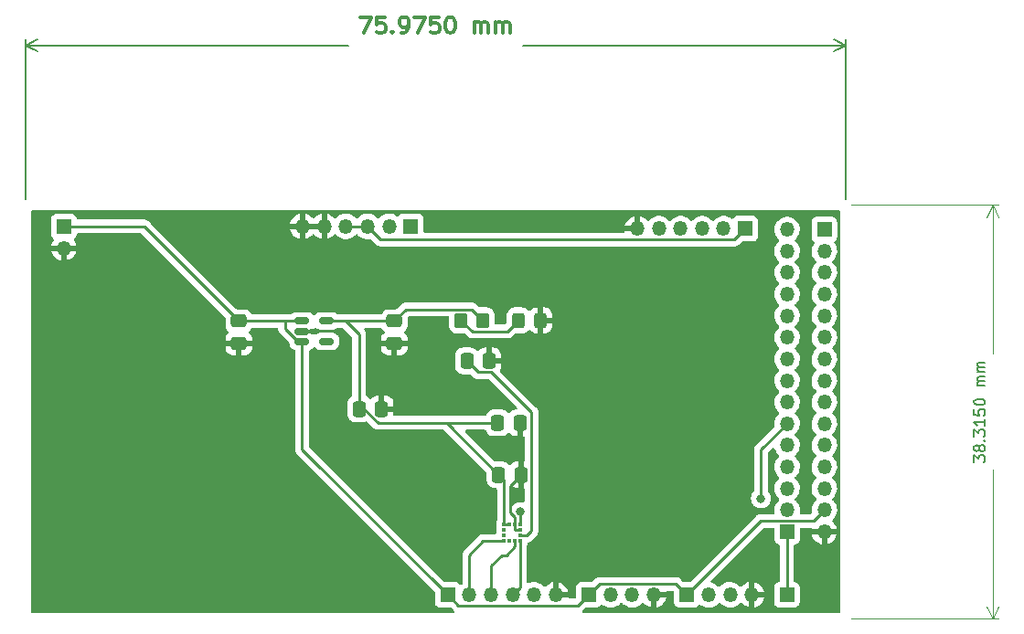
<source format=gbr>
%TF.GenerationSoftware,KiCad,Pcbnew,(6.0.0)*%
%TF.CreationDate,2023-10-14T17:08:09-04:00*%
%TF.ProjectId,Shield_Pins,53686965-6c64-45f5-9069-6e732e6b6963,rev?*%
%TF.SameCoordinates,Original*%
%TF.FileFunction,Copper,L1,Top*%
%TF.FilePolarity,Positive*%
%FSLAX46Y46*%
G04 Gerber Fmt 4.6, Leading zero omitted, Abs format (unit mm)*
G04 Created by KiCad (PCBNEW (6.0.0)) date 2023-10-14 17:08:09*
%MOMM*%
%LPD*%
G01*
G04 APERTURE LIST*
G04 Aperture macros list*
%AMRoundRect*
0 Rectangle with rounded corners*
0 $1 Rounding radius*
0 $2 $3 $4 $5 $6 $7 $8 $9 X,Y pos of 4 corners*
0 Add a 4 corners polygon primitive as box body*
4,1,4,$2,$3,$4,$5,$6,$7,$8,$9,$2,$3,0*
0 Add four circle primitives for the rounded corners*
1,1,$1+$1,$2,$3*
1,1,$1+$1,$4,$5*
1,1,$1+$1,$6,$7*
1,1,$1+$1,$8,$9*
0 Add four rect primitives between the rounded corners*
20,1,$1+$1,$2,$3,$4,$5,0*
20,1,$1+$1,$4,$5,$6,$7,0*
20,1,$1+$1,$6,$7,$8,$9,0*
20,1,$1+$1,$8,$9,$2,$3,0*%
G04 Aperture macros list end*
%ADD10C,0.300000*%
%TA.AperFunction,NonConductor*%
%ADD11C,0.300000*%
%TD*%
%TA.AperFunction,NonConductor*%
%ADD12C,0.200000*%
%TD*%
%ADD13C,0.150000*%
%TA.AperFunction,NonConductor*%
%ADD14C,0.150000*%
%TD*%
%TA.AperFunction,NonConductor*%
%ADD15C,0.100000*%
%TD*%
%TA.AperFunction,ComponentPad*%
%ADD16R,1.350000X1.350000*%
%TD*%
%TA.AperFunction,ComponentPad*%
%ADD17O,1.350000X1.350000*%
%TD*%
%TA.AperFunction,SMDPad,CuDef*%
%ADD18RoundRect,0.150000X-0.512500X-0.150000X0.512500X-0.150000X0.512500X0.150000X-0.512500X0.150000X0*%
%TD*%
%TA.AperFunction,SMDPad,CuDef*%
%ADD19RoundRect,0.250000X-0.475000X0.337500X-0.475000X-0.337500X0.475000X-0.337500X0.475000X0.337500X0*%
%TD*%
%TA.AperFunction,SMDPad,CuDef*%
%ADD20RoundRect,0.250000X0.337500X0.475000X-0.337500X0.475000X-0.337500X-0.475000X0.337500X-0.475000X0*%
%TD*%
%TA.AperFunction,SMDPad,CuDef*%
%ADD21RoundRect,0.250000X-0.337500X-0.475000X0.337500X-0.475000X0.337500X0.475000X-0.337500X0.475000X0*%
%TD*%
%TA.AperFunction,SMDPad,CuDef*%
%ADD22RoundRect,0.250000X0.475000X-0.337500X0.475000X0.337500X-0.475000X0.337500X-0.475000X-0.337500X0*%
%TD*%
%TA.AperFunction,SMDPad,CuDef*%
%ADD23RoundRect,0.250000X0.325000X0.450000X-0.325000X0.450000X-0.325000X-0.450000X0.325000X-0.450000X0*%
%TD*%
%TA.AperFunction,SMDPad,CuDef*%
%ADD24RoundRect,0.250000X-0.350000X-0.450000X0.350000X-0.450000X0.350000X0.450000X-0.350000X0.450000X0*%
%TD*%
%TA.AperFunction,SMDPad,CuDef*%
%ADD25R,0.350000X0.375000*%
%TD*%
%TA.AperFunction,SMDPad,CuDef*%
%ADD26R,0.375000X0.350000*%
%TD*%
%TA.AperFunction,ViaPad*%
%ADD27C,0.800000*%
%TD*%
%TA.AperFunction,Conductor*%
%ADD28C,0.250000*%
%TD*%
G04 APERTURE END LIST*
D10*
D11*
X120637500Y-52878571D02*
X121637500Y-52878571D01*
X120994642Y-54378571D01*
X122923214Y-52878571D02*
X122208928Y-52878571D01*
X122137500Y-53592857D01*
X122208928Y-53521428D01*
X122351785Y-53450000D01*
X122708928Y-53450000D01*
X122851785Y-53521428D01*
X122923214Y-53592857D01*
X122994642Y-53735714D01*
X122994642Y-54092857D01*
X122923214Y-54235714D01*
X122851785Y-54307142D01*
X122708928Y-54378571D01*
X122351785Y-54378571D01*
X122208928Y-54307142D01*
X122137500Y-54235714D01*
X123637500Y-54235714D02*
X123708928Y-54307142D01*
X123637500Y-54378571D01*
X123566071Y-54307142D01*
X123637500Y-54235714D01*
X123637500Y-54378571D01*
X124423214Y-54378571D02*
X124708928Y-54378571D01*
X124851785Y-54307142D01*
X124923214Y-54235714D01*
X125066071Y-54021428D01*
X125137500Y-53735714D01*
X125137500Y-53164285D01*
X125066071Y-53021428D01*
X124994642Y-52950000D01*
X124851785Y-52878571D01*
X124566071Y-52878571D01*
X124423214Y-52950000D01*
X124351785Y-53021428D01*
X124280357Y-53164285D01*
X124280357Y-53521428D01*
X124351785Y-53664285D01*
X124423214Y-53735714D01*
X124566071Y-53807142D01*
X124851785Y-53807142D01*
X124994642Y-53735714D01*
X125066071Y-53664285D01*
X125137500Y-53521428D01*
X125637500Y-52878571D02*
X126637500Y-52878571D01*
X125994642Y-54378571D01*
X127923214Y-52878571D02*
X127208928Y-52878571D01*
X127137500Y-53592857D01*
X127208928Y-53521428D01*
X127351785Y-53450000D01*
X127708928Y-53450000D01*
X127851785Y-53521428D01*
X127923214Y-53592857D01*
X127994642Y-53735714D01*
X127994642Y-54092857D01*
X127923214Y-54235714D01*
X127851785Y-54307142D01*
X127708928Y-54378571D01*
X127351785Y-54378571D01*
X127208928Y-54307142D01*
X127137500Y-54235714D01*
X128923214Y-52878571D02*
X129066071Y-52878571D01*
X129208928Y-52950000D01*
X129280357Y-53021428D01*
X129351785Y-53164285D01*
X129423214Y-53450000D01*
X129423214Y-53807142D01*
X129351785Y-54092857D01*
X129280357Y-54235714D01*
X129208928Y-54307142D01*
X129066071Y-54378571D01*
X128923214Y-54378571D01*
X128780357Y-54307142D01*
X128708928Y-54235714D01*
X128637500Y-54092857D01*
X128566071Y-53807142D01*
X128566071Y-53450000D01*
X128637500Y-53164285D01*
X128708928Y-53021428D01*
X128780357Y-52950000D01*
X128923214Y-52878571D01*
X131208928Y-54378571D02*
X131208928Y-53378571D01*
X131208928Y-53521428D02*
X131280357Y-53450000D01*
X131423214Y-53378571D01*
X131637500Y-53378571D01*
X131780357Y-53450000D01*
X131851785Y-53592857D01*
X131851785Y-54378571D01*
X131851785Y-53592857D02*
X131923214Y-53450000D01*
X132066071Y-53378571D01*
X132280357Y-53378571D01*
X132423214Y-53450000D01*
X132494642Y-53592857D01*
X132494642Y-54378571D01*
X133208928Y-54378571D02*
X133208928Y-53378571D01*
X133208928Y-53521428D02*
X133280357Y-53450000D01*
X133423214Y-53378571D01*
X133637500Y-53378571D01*
X133780357Y-53450000D01*
X133851785Y-53592857D01*
X133851785Y-54378571D01*
X133851785Y-53592857D02*
X133923214Y-53450000D01*
X134066071Y-53378571D01*
X134280357Y-53378571D01*
X134423214Y-53450000D01*
X134494642Y-53592857D01*
X134494642Y-54378571D01*
D12*
X89650000Y-69785000D02*
X89650000Y-54913580D01*
X165625000Y-69785000D02*
X165625000Y-54913580D01*
X89650000Y-55500000D02*
X119523215Y-55500000D01*
X135751786Y-55500000D02*
X165625000Y-55500000D01*
X89650000Y-55500000D02*
X90776504Y-56086421D01*
X89650000Y-55500000D02*
X90776504Y-54913579D01*
X165625000Y-55500000D02*
X164498496Y-54913579D01*
X165625000Y-55500000D02*
X164498496Y-56086421D01*
D13*
D14*
X177502380Y-94124166D02*
X177502380Y-93505119D01*
X177883333Y-93838452D01*
X177883333Y-93695595D01*
X177930952Y-93600357D01*
X177978571Y-93552738D01*
X178073809Y-93505119D01*
X178311904Y-93505119D01*
X178407142Y-93552738D01*
X178454761Y-93600357D01*
X178502380Y-93695595D01*
X178502380Y-93981309D01*
X178454761Y-94076547D01*
X178407142Y-94124166D01*
X177930952Y-92933690D02*
X177883333Y-93028928D01*
X177835714Y-93076547D01*
X177740476Y-93124166D01*
X177692857Y-93124166D01*
X177597619Y-93076547D01*
X177550000Y-93028928D01*
X177502380Y-92933690D01*
X177502380Y-92743214D01*
X177550000Y-92647976D01*
X177597619Y-92600357D01*
X177692857Y-92552738D01*
X177740476Y-92552738D01*
X177835714Y-92600357D01*
X177883333Y-92647976D01*
X177930952Y-92743214D01*
X177930952Y-92933690D01*
X177978571Y-93028928D01*
X178026190Y-93076547D01*
X178121428Y-93124166D01*
X178311904Y-93124166D01*
X178407142Y-93076547D01*
X178454761Y-93028928D01*
X178502380Y-92933690D01*
X178502380Y-92743214D01*
X178454761Y-92647976D01*
X178407142Y-92600357D01*
X178311904Y-92552738D01*
X178121428Y-92552738D01*
X178026190Y-92600357D01*
X177978571Y-92647976D01*
X177930952Y-92743214D01*
X178407142Y-92124166D02*
X178454761Y-92076547D01*
X178502380Y-92124166D01*
X178454761Y-92171785D01*
X178407142Y-92124166D01*
X178502380Y-92124166D01*
X177502380Y-91743214D02*
X177502380Y-91124166D01*
X177883333Y-91457500D01*
X177883333Y-91314642D01*
X177930952Y-91219404D01*
X177978571Y-91171785D01*
X178073809Y-91124166D01*
X178311904Y-91124166D01*
X178407142Y-91171785D01*
X178454761Y-91219404D01*
X178502380Y-91314642D01*
X178502380Y-91600357D01*
X178454761Y-91695595D01*
X178407142Y-91743214D01*
X178502380Y-90171785D02*
X178502380Y-90743214D01*
X178502380Y-90457500D02*
X177502380Y-90457500D01*
X177645238Y-90552738D01*
X177740476Y-90647976D01*
X177788095Y-90743214D01*
X177502380Y-89267023D02*
X177502380Y-89743214D01*
X177978571Y-89790833D01*
X177930952Y-89743214D01*
X177883333Y-89647976D01*
X177883333Y-89409880D01*
X177930952Y-89314642D01*
X177978571Y-89267023D01*
X178073809Y-89219404D01*
X178311904Y-89219404D01*
X178407142Y-89267023D01*
X178454761Y-89314642D01*
X178502380Y-89409880D01*
X178502380Y-89647976D01*
X178454761Y-89743214D01*
X178407142Y-89790833D01*
X177502380Y-88600357D02*
X177502380Y-88505119D01*
X177550000Y-88409880D01*
X177597619Y-88362261D01*
X177692857Y-88314642D01*
X177883333Y-88267023D01*
X178121428Y-88267023D01*
X178311904Y-88314642D01*
X178407142Y-88362261D01*
X178454761Y-88409880D01*
X178502380Y-88505119D01*
X178502380Y-88600357D01*
X178454761Y-88695595D01*
X178407142Y-88743214D01*
X178311904Y-88790833D01*
X178121428Y-88838452D01*
X177883333Y-88838452D01*
X177692857Y-88790833D01*
X177597619Y-88743214D01*
X177550000Y-88695595D01*
X177502380Y-88600357D01*
X178502380Y-87076547D02*
X177835714Y-87076547D01*
X177930952Y-87076547D02*
X177883333Y-87028928D01*
X177835714Y-86933690D01*
X177835714Y-86790833D01*
X177883333Y-86695595D01*
X177978571Y-86647976D01*
X178502380Y-86647976D01*
X177978571Y-86647976D02*
X177883333Y-86600357D01*
X177835714Y-86505119D01*
X177835714Y-86362261D01*
X177883333Y-86267023D01*
X177978571Y-86219404D01*
X178502380Y-86219404D01*
X178502380Y-85743214D02*
X177835714Y-85743214D01*
X177930952Y-85743214D02*
X177883333Y-85695595D01*
X177835714Y-85600357D01*
X177835714Y-85457500D01*
X177883333Y-85362261D01*
X177978571Y-85314642D01*
X178502380Y-85314642D01*
X177978571Y-85314642D02*
X177883333Y-85267023D01*
X177835714Y-85171785D01*
X177835714Y-85028928D01*
X177883333Y-84933690D01*
X177978571Y-84886071D01*
X178502380Y-84886071D01*
D15*
X166125000Y-70300000D02*
X179786420Y-70300000D01*
X166125000Y-108615000D02*
X179786420Y-108615000D01*
X179200000Y-70300000D02*
X179200000Y-84072976D01*
X179200000Y-94842024D02*
X179200000Y-108615000D01*
X179200000Y-70300000D02*
X178613579Y-71426504D01*
X179200000Y-70300000D02*
X179786421Y-71426504D01*
X179200000Y-108615000D02*
X179786421Y-107488496D01*
X179200000Y-108615000D02*
X178613579Y-107488496D01*
D16*
%TO.P,J4,1,Pin_1*%
%TO.N,+5V*%
X150900000Y-106425000D03*
D17*
%TO.P,J4,2,Pin_2*%
%TO.N,IO11*%
X152900000Y-106425000D03*
%TO.P,J4,3,Pin_3*%
%TO.N,IO12*%
X154900000Y-106425000D03*
%TO.P,J4,4,Pin_4*%
%TO.N,GND*%
X156900000Y-106425000D03*
%TD*%
D18*
%TO.P,U1,1,VIN*%
%TO.N,+5V*%
X115262500Y-81050000D03*
%TO.P,U1,2,GND*%
%TO.N,GND*%
X115262500Y-82000000D03*
%TO.P,U1,3,EN*%
%TO.N,+5V*%
X115262500Y-82950000D03*
%TO.P,U1,4,NC*%
%TO.N,unconnected-(U1-Pad4)*%
X117537500Y-82950000D03*
%TO.P,U1,5,VOUT*%
%TO.N,+3V3*%
X117537500Y-81050000D03*
%TD*%
D19*
%TO.P,C2,1*%
%TO.N,+3V3*%
X123800000Y-81062500D03*
%TO.P,C2,2*%
%TO.N,GND*%
X123800000Y-83137500D03*
%TD*%
D16*
%TO.P,J1,1,Pin_1*%
%TO.N,+5V*%
X141825000Y-106425000D03*
D17*
%TO.P,J1,2,Pin_2*%
%TO.N,IO.TX*%
X143825000Y-106425000D03*
%TO.P,J1,3,Pin_3*%
%TO.N,IO.RX*%
X145825000Y-106425000D03*
%TO.P,J1,4,Pin_4*%
%TO.N,GND*%
X147825000Y-106425000D03*
%TD*%
D16*
%TO.P,J3,1,Pin_1*%
%TO.N,+3.3V*%
X156300000Y-72500000D03*
D17*
%TO.P,J3,2,Pin_2*%
%TO.N,F.IO0*%
X154300000Y-72500000D03*
%TO.P,J3,3,Pin_3*%
%TO.N,F.IO1*%
X152300000Y-72500000D03*
%TO.P,J3,4,Pin_4*%
%TO.N,F.CLK*%
X150300000Y-72500000D03*
%TO.P,J3,5,Pin_5*%
%TO.N,F.CSB*%
X148300000Y-72500000D03*
%TO.P,J3,6,Pin_6*%
%TO.N,GND*%
X146300000Y-72500000D03*
%TD*%
D16*
%TO.P,J6,1,Pin_1*%
%TO.N,+1V8*%
X125325000Y-72275000D03*
D17*
%TO.P,J6,2,Pin_2*%
X123325000Y-72275000D03*
%TO.P,J6,3,Pin_3*%
%TO.N,+3.3V*%
X121325000Y-72275000D03*
%TO.P,J6,4,Pin_4*%
X119325000Y-72275000D03*
%TO.P,J6,5,Pin_5*%
%TO.N,GND*%
X117325000Y-72275000D03*
%TO.P,J6,6,Pin_6*%
X115325000Y-72275000D03*
%TD*%
D16*
%TO.P,J2,1,Pin_1*%
%TO.N,+5V*%
X128750000Y-106425000D03*
D17*
%TO.P,J2,2,Pin_2*%
%TO.N,IO.SCK*%
X130750000Y-106425000D03*
%TO.P,J2,3,Pin_3*%
%TO.N,IO.CSB*%
X132750000Y-106425000D03*
%TO.P,J2,4,Pin_4*%
%TO.N,IO.SDI*%
X134750000Y-106425000D03*
%TO.P,J2,5,Pin_5*%
%TO.N,IO.SDO*%
X136750000Y-106425000D03*
%TO.P,J2,6,Pin_6*%
%TO.N,GND*%
X138750000Y-106425000D03*
%TD*%
D20*
%TO.P,C3,1*%
%TO.N,GND*%
X135437500Y-90500000D03*
%TO.P,C3,2*%
%TO.N,+3V3*%
X133362500Y-90500000D03*
%TD*%
D21*
%TO.P,C6,1*%
%TO.N,Net-(C6-Pad1)*%
X130522500Y-84750000D03*
%TO.P,C6,2*%
%TO.N,GND*%
X132597500Y-84750000D03*
%TD*%
D16*
%TO.P,J7,1,Pin_1*%
%TO.N,IO7*%
X160175000Y-100575000D03*
D17*
%TO.P,J7,2,Pin_2*%
%TO.N,IO8*%
X160175000Y-98575000D03*
%TO.P,J7,3,Pin_3*%
%TO.N,IO9*%
X160175000Y-96575000D03*
%TO.P,J7,4,Pin_4*%
%TO.N,IO10*%
X160175000Y-94575000D03*
%TO.P,J7,5,Pin_5*%
%TO.N,IO11*%
X160175000Y-92575000D03*
%TO.P,J7,6,Pin_6*%
%TO.N,IO12*%
X160175000Y-90575000D03*
%TO.P,J7,7,Pin_7*%
%TO.N,IO17*%
X160175000Y-88575000D03*
%TO.P,J7,8,Pin_8*%
%TO.N,IO18*%
X160175000Y-86575000D03*
%TO.P,J7,9,Pin_9*%
%TO.N,IO19*%
X160175000Y-84575000D03*
%TO.P,J7,10,Pin_10*%
%TO.N,IO20*%
X160175000Y-82575000D03*
%TO.P,J7,11,Pin_11*%
%TO.N,IO21*%
X160175000Y-80575000D03*
%TO.P,J7,12,Pin_12*%
%TO.N,IO22*%
X160175000Y-78575000D03*
%TO.P,J7,13,Pin_13*%
%TO.N,IO23*%
X160175000Y-76575000D03*
%TO.P,J7,14,Pin_14*%
%TO.N,IO24*%
X160175000Y-74575000D03*
%TO.P,J7,15,Pin_15*%
%TO.N,IO25*%
X160175000Y-72575000D03*
%TD*%
D22*
%TO.P,C1,1*%
%TO.N,GND*%
X109400000Y-83137500D03*
%TO.P,C1,2*%
%TO.N,+5V*%
X109400000Y-81062500D03*
%TD*%
D21*
%TO.P,C5,1*%
%TO.N,+3V3*%
X120562500Y-89200000D03*
%TO.P,C5,2*%
%TO.N,GND*%
X122637500Y-89200000D03*
%TD*%
D23*
%TO.P,D1,1,K*%
%TO.N,GND*%
X137350000Y-81000000D03*
%TO.P,D1,2,A*%
%TO.N,Net-(D1-Pad2)*%
X135300000Y-81000000D03*
%TD*%
D24*
%TO.P,R1,1*%
%TO.N,Net-(D1-Pad2)*%
X130000000Y-81000000D03*
%TO.P,R1,2*%
%TO.N,+3V3*%
X132000000Y-81000000D03*
%TD*%
D20*
%TO.P,C4,1*%
%TO.N,GND*%
X135537500Y-95300000D03*
%TO.P,C4,2*%
%TO.N,+3V3*%
X133462500Y-95300000D03*
%TD*%
D16*
%TO.P,J8,1,Pin_1*%
%TO.N,IO26*%
X163625000Y-72575000D03*
D17*
%TO.P,J8,2,Pin_2*%
%TO.N,IO27*%
X163625000Y-74575000D03*
%TO.P,J8,3,Pin_3*%
%TO.N,IO28*%
X163625000Y-76575000D03*
%TO.P,J8,4,Pin_4*%
%TO.N,IO29*%
X163625000Y-78575000D03*
%TO.P,J8,5,Pin_5*%
%TO.N,IO30*%
X163625000Y-80575000D03*
%TO.P,J8,6,Pin_6*%
%TO.N,IO31*%
X163625000Y-82575000D03*
%TO.P,J8,7,Pin_7*%
%TO.N,IO32*%
X163625000Y-84575000D03*
%TO.P,J8,8,Pin_8*%
%TO.N,IO33*%
X163625000Y-86575000D03*
%TO.P,J8,9,Pin_9*%
%TO.N,IO34*%
X163625000Y-88575000D03*
%TO.P,J8,10,Pin_10*%
%TO.N,IO35*%
X163625000Y-90575000D03*
%TO.P,J8,11,Pin_11*%
%TO.N,IO36*%
X163625000Y-92575000D03*
%TO.P,J8,12,Pin_12*%
%TO.N,IO37*%
X163625000Y-94575000D03*
%TO.P,J8,13,Pin_13*%
%TO.N,unconnected-(J8-Pad13)*%
X163625000Y-96575000D03*
%TO.P,J8,14,Pin_14*%
%TO.N,+5V*%
X163625000Y-98575000D03*
%TO.P,J8,15,Pin_15*%
%TO.N,GND*%
X163625000Y-100575000D03*
%TD*%
D25*
%TO.P,U2,1,SCL/SPC*%
%TO.N,IO.SCK*%
X133950000Y-101462500D03*
%TO.P,U2,2,NC*%
%TO.N,unconnected-(U2-Pad2)*%
X134450000Y-101462500D03*
%TO.P,U2,3,CS*%
%TO.N,IO.CSB*%
X134950000Y-101462500D03*
%TO.P,U2,4,SDA/SDI/SDO*%
%TO.N,IO.SDI*%
X135450000Y-101462500D03*
D26*
%TO.P,U2,5,C1*%
%TO.N,Net-(C6-Pad1)*%
X135462500Y-100950000D03*
%TO.P,U2,6,GND*%
%TO.N,GND*%
X135462500Y-100450000D03*
D25*
%TO.P,U2,7,INT/DRDY/SDO*%
%TO.N,IO.SDO*%
X135450000Y-99937500D03*
%TO.P,U2,8,GND*%
%TO.N,GND*%
X134950000Y-99937500D03*
%TO.P,U2,9,VDD*%
%TO.N,+3V3*%
X134450000Y-99937500D03*
%TO.P,U2,10,VDD_IO*%
X133950000Y-99937500D03*
D26*
%TO.P,U2,11,NC*%
%TO.N,unconnected-(U2-Pad11)*%
X133937500Y-100450000D03*
%TO.P,U2,12,NC*%
%TO.N,unconnected-(U2-Pad12)*%
X133937500Y-100950000D03*
%TD*%
D16*
%TO.P,J5,1,Pin_1*%
%TO.N,IO7*%
X160150000Y-106425000D03*
%TD*%
%TO.P,J9,1,Pin_1*%
%TO.N,+5V*%
X93200000Y-72300000D03*
D17*
%TO.P,J9,2,Pin_2*%
%TO.N,GND*%
X93200000Y-74300000D03*
%TD*%
D27*
%TO.N,IO12*%
X157750000Y-97500000D03*
%TO.N,IO.SDO*%
X135500000Y-98750000D03*
%TD*%
D28*
%TO.N,+3V3*%
X130975480Y-79975480D02*
X124887020Y-79975480D01*
%TO.N,+3.3V*%
X119325000Y-72275000D02*
X121325000Y-72275000D01*
X122549511Y-73499511D02*
X121325000Y-72275000D01*
X155300489Y-73499511D02*
X122549511Y-73499511D01*
X156300000Y-72500000D02*
X155300489Y-73499511D01*
%TO.N,IO12*%
X157750000Y-93000000D02*
X157750000Y-97500000D01*
X160175000Y-90575000D02*
X157750000Y-93000000D01*
%TO.N,+5V*%
X140825489Y-107424511D02*
X129749511Y-107424511D01*
X129749511Y-107424511D02*
X128750000Y-106425000D01*
X141825000Y-106425000D02*
X140825489Y-107424511D01*
%TO.N,GND*%
X134949511Y-99937989D02*
X134950000Y-99937500D01*
X134949511Y-100449511D02*
X134949511Y-99937989D01*
X134950000Y-100450000D02*
X134949511Y-100449511D01*
X135462500Y-100450000D02*
X134950000Y-100450000D01*
X134500000Y-98774614D02*
X134500000Y-96337500D01*
X134950000Y-99224614D02*
X134500000Y-98774614D01*
X134950000Y-99937500D02*
X134950000Y-99224614D01*
X134500000Y-96337500D02*
X135537500Y-95300000D01*
%TO.N,IO.SDO*%
X135450000Y-98800000D02*
X135500000Y-98750000D01*
X135450000Y-99937500D02*
X135450000Y-98800000D01*
%TO.N,+5V*%
X142824511Y-105425489D02*
X149900489Y-105425489D01*
X141825000Y-106425000D02*
X142824511Y-105425489D01*
X149900489Y-105425489D02*
X150900000Y-106425000D01*
X157749511Y-99575489D02*
X150900000Y-106425000D01*
X162624511Y-99575489D02*
X157749511Y-99575489D01*
X163625000Y-98575000D02*
X162624511Y-99575489D01*
%TO.N,IO7*%
X160150000Y-100600000D02*
X160175000Y-100575000D01*
X160150000Y-106425000D02*
X160150000Y-100600000D01*
%TO.N,+3V3*%
X133950000Y-95787500D02*
X133462500Y-95300000D01*
X133950000Y-99937500D02*
X133950000Y-95787500D01*
X134450000Y-99937500D02*
X133950000Y-99937500D01*
X128662500Y-90500000D02*
X127500000Y-90500000D01*
X133462500Y-95300000D02*
X128662500Y-90500000D01*
X133362500Y-90500000D02*
X127500000Y-90500000D01*
X127500000Y-90500000D02*
X122312507Y-90500000D01*
X121012507Y-89200000D02*
X120562500Y-89200000D01*
X122312507Y-90500000D02*
X121012507Y-89200000D01*
%TO.N,Net-(C6-Pad1)*%
X136500000Y-100534739D02*
X136084739Y-100950000D01*
X136500000Y-89500000D02*
X136500000Y-100534739D01*
X132799520Y-85799520D02*
X136500000Y-89500000D01*
X136084739Y-100950000D02*
X135462500Y-100950000D01*
X131572020Y-85799520D02*
X132799520Y-85799520D01*
X130522500Y-84750000D02*
X131572020Y-85799520D01*
%TO.N,+3V3*%
X120562500Y-82312500D02*
X119300000Y-81050000D01*
X120562500Y-89200000D02*
X120562500Y-82312500D01*
X119300000Y-81050000D02*
X123787500Y-81050000D01*
X117537500Y-81050000D02*
X119300000Y-81050000D01*
%TO.N,Net-(D1-Pad2)*%
X131024520Y-82024520D02*
X130000000Y-81000000D01*
X134275480Y-82024520D02*
X131024520Y-82024520D01*
X135300000Y-81000000D02*
X134275480Y-82024520D01*
%TO.N,+3V3*%
X124887020Y-79975480D02*
X123800000Y-81062500D01*
X132000000Y-81000000D02*
X130975480Y-79975480D01*
X123787500Y-81050000D02*
X123800000Y-81062500D01*
%TO.N,IO.SDI*%
X135450000Y-105725000D02*
X134750000Y-106425000D01*
X135450000Y-101462500D02*
X135450000Y-105725000D01*
%TO.N,IO.CSB*%
X132750000Y-103750000D02*
X132750000Y-106425000D01*
X133750000Y-102750000D02*
X132750000Y-103750000D01*
X134174022Y-102750000D02*
X133750000Y-102750000D01*
X134950000Y-101974022D02*
X134174022Y-102750000D01*
X134950000Y-101462500D02*
X134950000Y-101974022D01*
%TO.N,IO.SCK*%
X132037500Y-101462500D02*
X130750000Y-102750000D01*
X133950000Y-101462500D02*
X132037500Y-101462500D01*
X130750000Y-102750000D02*
X130750000Y-106425000D01*
%TO.N,+5V*%
X115262500Y-92937500D02*
X115262500Y-82950000D01*
X128750000Y-106425000D02*
X115262500Y-92937500D01*
X113687500Y-81758572D02*
X113687500Y-81062500D01*
X114878928Y-82950000D02*
X113687500Y-81758572D01*
X115262500Y-82950000D02*
X114878928Y-82950000D01*
X113687500Y-81062500D02*
X115250000Y-81062500D01*
X109400000Y-81062500D02*
X113687500Y-81062500D01*
X115250000Y-81062500D02*
X115262500Y-81050000D01*
X109400000Y-81062500D02*
X100637500Y-72300000D01*
X100637500Y-72300000D02*
X93200000Y-72300000D01*
%TD*%
%TA.AperFunction,Conductor*%
%TO.N,GND*%
G36*
X165059121Y-70828002D02*
G01*
X165105614Y-70881658D01*
X165117000Y-70934000D01*
X165117000Y-107981000D01*
X165096998Y-108049121D01*
X165043342Y-108095614D01*
X164991000Y-108107000D01*
X141348285Y-108107000D01*
X141280164Y-108086998D01*
X141233671Y-108033342D01*
X141223567Y-107963068D01*
X141253061Y-107898488D01*
X141258079Y-107893265D01*
X141262596Y-107889983D01*
X141290787Y-107855906D01*
X141298777Y-107847127D01*
X141500499Y-107645405D01*
X141562811Y-107611379D01*
X141589594Y-107608500D01*
X142548134Y-107608500D01*
X142610316Y-107601745D01*
X142746705Y-107550615D01*
X142863261Y-107463261D01*
X142920214Y-107387269D01*
X142977073Y-107344754D01*
X143047892Y-107339728D01*
X143091042Y-107358069D01*
X143164188Y-107406944D01*
X143257863Y-107469536D01*
X143263171Y-107471817D01*
X143263172Y-107471817D01*
X143452409Y-107553119D01*
X143452412Y-107553120D01*
X143457712Y-107555397D01*
X143463342Y-107556671D01*
X143570908Y-107581011D01*
X143669860Y-107603402D01*
X143675631Y-107603629D01*
X143675633Y-107603629D01*
X143748620Y-107606496D01*
X143887205Y-107611941D01*
X144102466Y-107580730D01*
X144107930Y-107578875D01*
X144107935Y-107578874D01*
X144302963Y-107512671D01*
X144302968Y-107512669D01*
X144308435Y-107510813D01*
X144314296Y-107507531D01*
X144406166Y-107456081D01*
X144498213Y-107404532D01*
X144665446Y-107265446D01*
X144725252Y-107193537D01*
X144784189Y-107153953D01*
X144855171Y-107152517D01*
X144917913Y-107192258D01*
X144921204Y-107196914D01*
X144925347Y-107200950D01*
X144925348Y-107200951D01*
X144991554Y-107265446D01*
X145077009Y-107348692D01*
X145081813Y-107351902D01*
X145134743Y-107387269D01*
X145257863Y-107469536D01*
X145263171Y-107471817D01*
X145263172Y-107471817D01*
X145452409Y-107553119D01*
X145452412Y-107553120D01*
X145457712Y-107555397D01*
X145463342Y-107556671D01*
X145570908Y-107581011D01*
X145669860Y-107603402D01*
X145675631Y-107603629D01*
X145675633Y-107603629D01*
X145748620Y-107606496D01*
X145887205Y-107611941D01*
X146102466Y-107580730D01*
X146107930Y-107578875D01*
X146107935Y-107578874D01*
X146302963Y-107512671D01*
X146302968Y-107512669D01*
X146308435Y-107510813D01*
X146314296Y-107507531D01*
X146406166Y-107456081D01*
X146498213Y-107404532D01*
X146665446Y-107265446D01*
X146725578Y-107193145D01*
X146784515Y-107153561D01*
X146855497Y-107152125D01*
X146918264Y-107191885D01*
X146925720Y-107200615D01*
X147073191Y-107344275D01*
X147082124Y-107351509D01*
X147253299Y-107465884D01*
X147263409Y-107471374D01*
X147452566Y-107552642D01*
X147463499Y-107556194D01*
X147553332Y-107576521D01*
X147567405Y-107575632D01*
X147571000Y-107566233D01*
X147571000Y-107565512D01*
X148079000Y-107565512D01*
X148082966Y-107579018D01*
X148096883Y-107581011D01*
X148107817Y-107578386D01*
X148302763Y-107512210D01*
X148313272Y-107507531D01*
X148492882Y-107406944D01*
X148502375Y-107400420D01*
X148660653Y-107268782D01*
X148668782Y-107260653D01*
X148800420Y-107102375D01*
X148806944Y-107092882D01*
X148907531Y-106913272D01*
X148912210Y-106902763D01*
X148978386Y-106707817D01*
X148981017Y-106696857D01*
X148979040Y-106682992D01*
X148965474Y-106679000D01*
X148097115Y-106679000D01*
X148081876Y-106683475D01*
X148080671Y-106684865D01*
X148079000Y-106692548D01*
X148079000Y-107565512D01*
X147571000Y-107565512D01*
X147571000Y-106297000D01*
X147591002Y-106228879D01*
X147644658Y-106182386D01*
X147697000Y-106171000D01*
X148964485Y-106171000D01*
X148978025Y-106167024D01*
X149007503Y-106102477D01*
X149067229Y-106064093D01*
X149102728Y-106058989D01*
X149585895Y-106058989D01*
X149654016Y-106078991D01*
X149674990Y-106095894D01*
X149679595Y-106100499D01*
X149713621Y-106162811D01*
X149716500Y-106189594D01*
X149716500Y-107148134D01*
X149723255Y-107210316D01*
X149774385Y-107346705D01*
X149861739Y-107463261D01*
X149978295Y-107550615D01*
X150114684Y-107601745D01*
X150176866Y-107608500D01*
X151623134Y-107608500D01*
X151685316Y-107601745D01*
X151821705Y-107550615D01*
X151938261Y-107463261D01*
X151995214Y-107387269D01*
X152052073Y-107344754D01*
X152122892Y-107339728D01*
X152166042Y-107358069D01*
X152239188Y-107406944D01*
X152332863Y-107469536D01*
X152338171Y-107471817D01*
X152338172Y-107471817D01*
X152527409Y-107553119D01*
X152527412Y-107553120D01*
X152532712Y-107555397D01*
X152538342Y-107556671D01*
X152645908Y-107581011D01*
X152744860Y-107603402D01*
X152750631Y-107603629D01*
X152750633Y-107603629D01*
X152823620Y-107606496D01*
X152962205Y-107611941D01*
X153177466Y-107580730D01*
X153182930Y-107578875D01*
X153182935Y-107578874D01*
X153377963Y-107512671D01*
X153377968Y-107512669D01*
X153383435Y-107510813D01*
X153389296Y-107507531D01*
X153481166Y-107456081D01*
X153573213Y-107404532D01*
X153740446Y-107265446D01*
X153800252Y-107193537D01*
X153859189Y-107153953D01*
X153930171Y-107152517D01*
X153992913Y-107192258D01*
X153996204Y-107196914D01*
X154000347Y-107200950D01*
X154000348Y-107200951D01*
X154066554Y-107265446D01*
X154152009Y-107348692D01*
X154156813Y-107351902D01*
X154209743Y-107387269D01*
X154332863Y-107469536D01*
X154338171Y-107471817D01*
X154338172Y-107471817D01*
X154527409Y-107553119D01*
X154527412Y-107553120D01*
X154532712Y-107555397D01*
X154538342Y-107556671D01*
X154645908Y-107581011D01*
X154744860Y-107603402D01*
X154750631Y-107603629D01*
X154750633Y-107603629D01*
X154823620Y-107606496D01*
X154962205Y-107611941D01*
X155177466Y-107580730D01*
X155182930Y-107578875D01*
X155182935Y-107578874D01*
X155377963Y-107512671D01*
X155377968Y-107512669D01*
X155383435Y-107510813D01*
X155389296Y-107507531D01*
X155481166Y-107456081D01*
X155573213Y-107404532D01*
X155740446Y-107265446D01*
X155800578Y-107193145D01*
X155859515Y-107153561D01*
X155930497Y-107152125D01*
X155993264Y-107191885D01*
X156000720Y-107200615D01*
X156148191Y-107344275D01*
X156157124Y-107351509D01*
X156328299Y-107465884D01*
X156338409Y-107471374D01*
X156527566Y-107552642D01*
X156538499Y-107556194D01*
X156628332Y-107576521D01*
X156642405Y-107575632D01*
X156646000Y-107566233D01*
X156646000Y-107565512D01*
X157154000Y-107565512D01*
X157157966Y-107579018D01*
X157171883Y-107581011D01*
X157182817Y-107578386D01*
X157377763Y-107512210D01*
X157388272Y-107507531D01*
X157567882Y-107406944D01*
X157577375Y-107400420D01*
X157735653Y-107268782D01*
X157743782Y-107260653D01*
X157875420Y-107102375D01*
X157881944Y-107092882D01*
X157982531Y-106913272D01*
X157987210Y-106902763D01*
X158053386Y-106707817D01*
X158056017Y-106696857D01*
X158054040Y-106682992D01*
X158040474Y-106679000D01*
X157172115Y-106679000D01*
X157156876Y-106683475D01*
X157155671Y-106684865D01*
X157154000Y-106692548D01*
X157154000Y-107565512D01*
X156646000Y-107565512D01*
X156646000Y-106152885D01*
X157154000Y-106152885D01*
X157158475Y-106168124D01*
X157159865Y-106169329D01*
X157167548Y-106171000D01*
X158039485Y-106171000D01*
X158053016Y-106167027D01*
X158054185Y-106158892D01*
X158010725Y-106004794D01*
X158006603Y-105994055D01*
X157915549Y-105809417D01*
X157909538Y-105799608D01*
X157786360Y-105634651D01*
X157778671Y-105626111D01*
X157627490Y-105486361D01*
X157618365Y-105479360D01*
X157444255Y-105369505D01*
X157434008Y-105364284D01*
X157242793Y-105287997D01*
X157231767Y-105284730D01*
X157171770Y-105272797D01*
X157158894Y-105273949D01*
X157154000Y-105289102D01*
X157154000Y-106152885D01*
X156646000Y-106152885D01*
X156646000Y-105286337D01*
X156642194Y-105273375D01*
X156627278Y-105271439D01*
X156598202Y-105276435D01*
X156587082Y-105279415D01*
X156393940Y-105350669D01*
X156383562Y-105355619D01*
X156206639Y-105460877D01*
X156197327Y-105467643D01*
X156042547Y-105603381D01*
X156034629Y-105611725D01*
X156000317Y-105655249D01*
X155942436Y-105696361D01*
X155871516Y-105699655D01*
X155810073Y-105664083D01*
X155800410Y-105652631D01*
X155786733Y-105634315D01*
X155786732Y-105634314D01*
X155783280Y-105629691D01*
X155779044Y-105625775D01*
X155627796Y-105485963D01*
X155627793Y-105485961D01*
X155623556Y-105482044D01*
X155439599Y-105365976D01*
X155237572Y-105285376D01*
X155024239Y-105242941D01*
X155018464Y-105242865D01*
X155018460Y-105242865D01*
X154909419Y-105241438D01*
X154806746Y-105240094D01*
X154801049Y-105241073D01*
X154801048Y-105241073D01*
X154598065Y-105275952D01*
X154598062Y-105275953D01*
X154592375Y-105276930D01*
X154388307Y-105352214D01*
X154359997Y-105369057D01*
X154212048Y-105457078D01*
X154201376Y-105463427D01*
X154037842Y-105606842D01*
X154034270Y-105611372D01*
X154034269Y-105611374D01*
X154000007Y-105654834D01*
X153942125Y-105695947D01*
X153871205Y-105699239D01*
X153809763Y-105663667D01*
X153800100Y-105652215D01*
X153786737Y-105634319D01*
X153786730Y-105634312D01*
X153783280Y-105629691D01*
X153779044Y-105625775D01*
X153627796Y-105485963D01*
X153627793Y-105485961D01*
X153623556Y-105482044D01*
X153439599Y-105365976D01*
X153237572Y-105285376D01*
X153231907Y-105284249D01*
X153231903Y-105284248D01*
X153216840Y-105281252D01*
X153153930Y-105248345D01*
X153118798Y-105186650D01*
X153122598Y-105115755D01*
X153152326Y-105068578D01*
X157975010Y-100245894D01*
X158037322Y-100211868D01*
X158064105Y-100208989D01*
X158865500Y-100208989D01*
X158933621Y-100228991D01*
X158980114Y-100282647D01*
X158991500Y-100334989D01*
X158991500Y-101298134D01*
X158998255Y-101360316D01*
X159049385Y-101496705D01*
X159136739Y-101613261D01*
X159253295Y-101700615D01*
X159389684Y-101751745D01*
X159403037Y-101753196D01*
X159404108Y-101753312D01*
X159469670Y-101780554D01*
X159510096Y-101838917D01*
X159516500Y-101878575D01*
X159516500Y-105118709D01*
X159496498Y-105186830D01*
X159442842Y-105233323D01*
X159404108Y-105243972D01*
X159391914Y-105245297D01*
X159364684Y-105248255D01*
X159228295Y-105299385D01*
X159111739Y-105386739D01*
X159024385Y-105503295D01*
X158973255Y-105639684D01*
X158966500Y-105701866D01*
X158966500Y-107148134D01*
X158973255Y-107210316D01*
X159024385Y-107346705D01*
X159111739Y-107463261D01*
X159228295Y-107550615D01*
X159364684Y-107601745D01*
X159426866Y-107608500D01*
X160873134Y-107608500D01*
X160935316Y-107601745D01*
X161071705Y-107550615D01*
X161188261Y-107463261D01*
X161275615Y-107346705D01*
X161326745Y-107210316D01*
X161333500Y-107148134D01*
X161333500Y-105701866D01*
X161326745Y-105639684D01*
X161275615Y-105503295D01*
X161188261Y-105386739D01*
X161071705Y-105299385D01*
X160935316Y-105248255D01*
X160908086Y-105245297D01*
X160895892Y-105243972D01*
X160830330Y-105216730D01*
X160789904Y-105158366D01*
X160783500Y-105118709D01*
X160783500Y-101883884D01*
X160803502Y-101815763D01*
X160857158Y-101769270D01*
X160898207Y-101759174D01*
X160898134Y-101758500D01*
X160960316Y-101751745D01*
X161096705Y-101700615D01*
X161213261Y-101613261D01*
X161300615Y-101496705D01*
X161351745Y-101360316D01*
X161358500Y-101298134D01*
X161358500Y-100841962D01*
X162472158Y-100841962D01*
X162503656Y-100965985D01*
X162507497Y-100976832D01*
X162593685Y-101163789D01*
X162599436Y-101173750D01*
X162718254Y-101341873D01*
X162725720Y-101350615D01*
X162873191Y-101494275D01*
X162882124Y-101501509D01*
X163053299Y-101615884D01*
X163063409Y-101621374D01*
X163252566Y-101702642D01*
X163263499Y-101706194D01*
X163353332Y-101726521D01*
X163367405Y-101725632D01*
X163371000Y-101716233D01*
X163371000Y-101715512D01*
X163879000Y-101715512D01*
X163882966Y-101729018D01*
X163896883Y-101731011D01*
X163907817Y-101728386D01*
X164102763Y-101662210D01*
X164113272Y-101657531D01*
X164292882Y-101556944D01*
X164302375Y-101550420D01*
X164460653Y-101418782D01*
X164468782Y-101410653D01*
X164600420Y-101252375D01*
X164606944Y-101242882D01*
X164707531Y-101063272D01*
X164712210Y-101052763D01*
X164778386Y-100857817D01*
X164781017Y-100846857D01*
X164779040Y-100832992D01*
X164765474Y-100829000D01*
X163897115Y-100829000D01*
X163881876Y-100833475D01*
X163880671Y-100834865D01*
X163879000Y-100842548D01*
X163879000Y-101715512D01*
X163371000Y-101715512D01*
X163371000Y-100847115D01*
X163366525Y-100831876D01*
X163365135Y-100830671D01*
X163357452Y-100829000D01*
X162486981Y-100829000D01*
X162473450Y-100832973D01*
X162472158Y-100841962D01*
X161358500Y-100841962D01*
X161358500Y-100334989D01*
X161378502Y-100266868D01*
X161432158Y-100220375D01*
X161484500Y-100208989D01*
X162343937Y-100208989D01*
X162412058Y-100228991D01*
X162458551Y-100282647D01*
X162464300Y-100310096D01*
X162468608Y-100317033D01*
X162476950Y-100321000D01*
X164764485Y-100321000D01*
X164778016Y-100317027D01*
X164779185Y-100308892D01*
X164735725Y-100154794D01*
X164731603Y-100144055D01*
X164640549Y-99959417D01*
X164634538Y-99949608D01*
X164511360Y-99784651D01*
X164503671Y-99776111D01*
X164385691Y-99667052D01*
X164349246Y-99606123D01*
X164351527Y-99535163D01*
X164390650Y-99477653D01*
X164465446Y-99415446D01*
X164604532Y-99248213D01*
X164695784Y-99085271D01*
X164707989Y-99063478D01*
X164707990Y-99063476D01*
X164710813Y-99058435D01*
X164712669Y-99052968D01*
X164712671Y-99052963D01*
X164778874Y-98857935D01*
X164778875Y-98857930D01*
X164780730Y-98852466D01*
X164811941Y-98637205D01*
X164813570Y-98575000D01*
X164793667Y-98358400D01*
X164734626Y-98149055D01*
X164638423Y-97953974D01*
X164572186Y-97865271D01*
X164511733Y-97784315D01*
X164511732Y-97784314D01*
X164508280Y-97779691D01*
X164469138Y-97743508D01*
X164386078Y-97666729D01*
X164349633Y-97605800D01*
X164351914Y-97534840D01*
X164391038Y-97477330D01*
X164461008Y-97419137D01*
X164465446Y-97415446D01*
X164604532Y-97248213D01*
X164710813Y-97058435D01*
X164712669Y-97052968D01*
X164712671Y-97052963D01*
X164778874Y-96857935D01*
X164778875Y-96857930D01*
X164780730Y-96852466D01*
X164811941Y-96637205D01*
X164813570Y-96575000D01*
X164793667Y-96358400D01*
X164734626Y-96149055D01*
X164638423Y-95953974D01*
X164621392Y-95931166D01*
X164511733Y-95784315D01*
X164511732Y-95784314D01*
X164508280Y-95779691D01*
X164386078Y-95666729D01*
X164349633Y-95605800D01*
X164351914Y-95534840D01*
X164391038Y-95477330D01*
X164461008Y-95419137D01*
X164465446Y-95415446D01*
X164604532Y-95248213D01*
X164710813Y-95058435D01*
X164712669Y-95052968D01*
X164712671Y-95052963D01*
X164778874Y-94857935D01*
X164778875Y-94857930D01*
X164780730Y-94852466D01*
X164811941Y-94637205D01*
X164813570Y-94575000D01*
X164793667Y-94358400D01*
X164790404Y-94346828D01*
X164736195Y-94154619D01*
X164734626Y-94149055D01*
X164638423Y-93953974D01*
X164508280Y-93779691D01*
X164386078Y-93666729D01*
X164349633Y-93605800D01*
X164351914Y-93534840D01*
X164391038Y-93477330D01*
X164461008Y-93419137D01*
X164465446Y-93415446D01*
X164604532Y-93248213D01*
X164710813Y-93058435D01*
X164712669Y-93052968D01*
X164712671Y-93052963D01*
X164778874Y-92857935D01*
X164778875Y-92857930D01*
X164780730Y-92852466D01*
X164811941Y-92637205D01*
X164813570Y-92575000D01*
X164793667Y-92358400D01*
X164734626Y-92149055D01*
X164638423Y-91953974D01*
X164528417Y-91806657D01*
X164511733Y-91784315D01*
X164511732Y-91784314D01*
X164508280Y-91779691D01*
X164386078Y-91666729D01*
X164349633Y-91605800D01*
X164351914Y-91534840D01*
X164391038Y-91477330D01*
X164425940Y-91448303D01*
X164465446Y-91415446D01*
X164604532Y-91248213D01*
X164689962Y-91095667D01*
X164707989Y-91063478D01*
X164707990Y-91063476D01*
X164710813Y-91058435D01*
X164712669Y-91052968D01*
X164712671Y-91052963D01*
X164778874Y-90857935D01*
X164778875Y-90857930D01*
X164780730Y-90852466D01*
X164811941Y-90637205D01*
X164813570Y-90575000D01*
X164793667Y-90358400D01*
X164789583Y-90343917D01*
X164736195Y-90154619D01*
X164734626Y-90149055D01*
X164638423Y-89953974D01*
X164508280Y-89779691D01*
X164386078Y-89666729D01*
X164349633Y-89605800D01*
X164351914Y-89534840D01*
X164391038Y-89477330D01*
X164397309Y-89472115D01*
X164465446Y-89415446D01*
X164604532Y-89248213D01*
X164710813Y-89058435D01*
X164712669Y-89052968D01*
X164712671Y-89052963D01*
X164778874Y-88857935D01*
X164778875Y-88857930D01*
X164780730Y-88852466D01*
X164811941Y-88637205D01*
X164813570Y-88575000D01*
X164793667Y-88358400D01*
X164734626Y-88149055D01*
X164661389Y-88000545D01*
X164640978Y-87959155D01*
X164638423Y-87953974D01*
X164508280Y-87779691D01*
X164386078Y-87666729D01*
X164349633Y-87605800D01*
X164351914Y-87534840D01*
X164391038Y-87477330D01*
X164461008Y-87419137D01*
X164465446Y-87415446D01*
X164604532Y-87248213D01*
X164710813Y-87058435D01*
X164712669Y-87052968D01*
X164712671Y-87052963D01*
X164778874Y-86857935D01*
X164778875Y-86857930D01*
X164780730Y-86852466D01*
X164811941Y-86637205D01*
X164813570Y-86575000D01*
X164793667Y-86358400D01*
X164791054Y-86349133D01*
X164736195Y-86154619D01*
X164734626Y-86149055D01*
X164638423Y-85953974D01*
X164537734Y-85819134D01*
X164511733Y-85784315D01*
X164511732Y-85784314D01*
X164508280Y-85779691D01*
X164455939Y-85731307D01*
X164386078Y-85666729D01*
X164349633Y-85605800D01*
X164351914Y-85534840D01*
X164391038Y-85477330D01*
X164461008Y-85419137D01*
X164465446Y-85415446D01*
X164604532Y-85248213D01*
X164710813Y-85058435D01*
X164712669Y-85052968D01*
X164712671Y-85052963D01*
X164778874Y-84857935D01*
X164778875Y-84857930D01*
X164780730Y-84852466D01*
X164811941Y-84637205D01*
X164813570Y-84575000D01*
X164793667Y-84358400D01*
X164734626Y-84149055D01*
X164638423Y-83953974D01*
X164632493Y-83946032D01*
X164511733Y-83784315D01*
X164511732Y-83784314D01*
X164508280Y-83779691D01*
X164482178Y-83755562D01*
X164386078Y-83666729D01*
X164349633Y-83605800D01*
X164351914Y-83534840D01*
X164391038Y-83477330D01*
X164461008Y-83419137D01*
X164465446Y-83415446D01*
X164604532Y-83248213D01*
X164681562Y-83110666D01*
X164707989Y-83063478D01*
X164707990Y-83063476D01*
X164710813Y-83058435D01*
X164712669Y-83052968D01*
X164712671Y-83052963D01*
X164778874Y-82857935D01*
X164778875Y-82857930D01*
X164780730Y-82852466D01*
X164811941Y-82637205D01*
X164813570Y-82575000D01*
X164793667Y-82358400D01*
X164783503Y-82322359D01*
X164754786Y-82220536D01*
X164734626Y-82149055D01*
X164638423Y-81953974D01*
X164616595Y-81924742D01*
X164511733Y-81784315D01*
X164511732Y-81784314D01*
X164508280Y-81779691D01*
X164500759Y-81772738D01*
X164386078Y-81666729D01*
X164349633Y-81605800D01*
X164351914Y-81534840D01*
X164391038Y-81477330D01*
X164407546Y-81463601D01*
X164465446Y-81415446D01*
X164604532Y-81248213D01*
X164710813Y-81058435D01*
X164712669Y-81052968D01*
X164712671Y-81052963D01*
X164778874Y-80857935D01*
X164778875Y-80857930D01*
X164780730Y-80852466D01*
X164811941Y-80637205D01*
X164813570Y-80575000D01*
X164793667Y-80358400D01*
X164774618Y-80290855D01*
X164758301Y-80233002D01*
X164734626Y-80149055D01*
X164638423Y-79953974D01*
X164632841Y-79946498D01*
X164511733Y-79784315D01*
X164511732Y-79784314D01*
X164508280Y-79779691D01*
X164386078Y-79666729D01*
X164349633Y-79605800D01*
X164351914Y-79534840D01*
X164391038Y-79477330D01*
X164391984Y-79476544D01*
X164465446Y-79415446D01*
X164604532Y-79248213D01*
X164710813Y-79058435D01*
X164712669Y-79052968D01*
X164712671Y-79052963D01*
X164778874Y-78857935D01*
X164778875Y-78857930D01*
X164780730Y-78852466D01*
X164811941Y-78637205D01*
X164813570Y-78575000D01*
X164793667Y-78358400D01*
X164734626Y-78149055D01*
X164638423Y-77953974D01*
X164508280Y-77779691D01*
X164386078Y-77666729D01*
X164349633Y-77605800D01*
X164351914Y-77534840D01*
X164391038Y-77477330D01*
X164461008Y-77419137D01*
X164465446Y-77415446D01*
X164604532Y-77248213D01*
X164710813Y-77058435D01*
X164712669Y-77052968D01*
X164712671Y-77052963D01*
X164778874Y-76857935D01*
X164778875Y-76857930D01*
X164780730Y-76852466D01*
X164811941Y-76637205D01*
X164813570Y-76575000D01*
X164793667Y-76358400D01*
X164734626Y-76149055D01*
X164638423Y-75953974D01*
X164508280Y-75779691D01*
X164386078Y-75666729D01*
X164349633Y-75605800D01*
X164351914Y-75534840D01*
X164391038Y-75477330D01*
X164461008Y-75419137D01*
X164465446Y-75415446D01*
X164604532Y-75248213D01*
X164701192Y-75075615D01*
X164707989Y-75063478D01*
X164707990Y-75063476D01*
X164710813Y-75058435D01*
X164712669Y-75052968D01*
X164712671Y-75052963D01*
X164778874Y-74857935D01*
X164778875Y-74857930D01*
X164780730Y-74852466D01*
X164811941Y-74637205D01*
X164813570Y-74575000D01*
X164793667Y-74358400D01*
X164734626Y-74149055D01*
X164638423Y-73953974D01*
X164559465Y-73848236D01*
X164534733Y-73781686D01*
X164549907Y-73712330D01*
X164584858Y-73672021D01*
X164656080Y-73618643D01*
X164656081Y-73618642D01*
X164663261Y-73613261D01*
X164750615Y-73496705D01*
X164801745Y-73360316D01*
X164808500Y-73298134D01*
X164808500Y-71851866D01*
X164801745Y-71789684D01*
X164750615Y-71653295D01*
X164663261Y-71536739D01*
X164546705Y-71449385D01*
X164410316Y-71398255D01*
X164348134Y-71391500D01*
X162901866Y-71391500D01*
X162839684Y-71398255D01*
X162703295Y-71449385D01*
X162586739Y-71536739D01*
X162499385Y-71653295D01*
X162448255Y-71789684D01*
X162441500Y-71851866D01*
X162441500Y-73298134D01*
X162448255Y-73360316D01*
X162499385Y-73496705D01*
X162586739Y-73613261D01*
X162603223Y-73625615D01*
X162665269Y-73672116D01*
X162707784Y-73728975D01*
X162712810Y-73799794D01*
X162688654Y-73850948D01*
X162640561Y-73911954D01*
X162628181Y-73927658D01*
X162625493Y-73932767D01*
X162613318Y-73955909D01*
X162526905Y-74120154D01*
X162462403Y-74327882D01*
X162436837Y-74543887D01*
X162451063Y-74760933D01*
X162452484Y-74766529D01*
X162452485Y-74766534D01*
X162486064Y-74898750D01*
X162504605Y-74971753D01*
X162507022Y-74976996D01*
X162583911Y-75143782D01*
X162595668Y-75169285D01*
X162599001Y-75174001D01*
X162630998Y-75219275D01*
X162721204Y-75346914D01*
X162818026Y-75441233D01*
X162864741Y-75486741D01*
X162899579Y-75548602D01*
X162895442Y-75619478D01*
X162859899Y-75671726D01*
X162762842Y-75756842D01*
X162628181Y-75927658D01*
X162526905Y-76120154D01*
X162462403Y-76327882D01*
X162436837Y-76543887D01*
X162451063Y-76760933D01*
X162452484Y-76766529D01*
X162452485Y-76766534D01*
X162503184Y-76966158D01*
X162504605Y-76971753D01*
X162595668Y-77169285D01*
X162721204Y-77346914D01*
X162725346Y-77350949D01*
X162864741Y-77486741D01*
X162899579Y-77548602D01*
X162895442Y-77619478D01*
X162859899Y-77671726D01*
X162762842Y-77756842D01*
X162628181Y-77927658D01*
X162526905Y-78120154D01*
X162462403Y-78327882D01*
X162436837Y-78543887D01*
X162451063Y-78760933D01*
X162452484Y-78766529D01*
X162452485Y-78766534D01*
X162503184Y-78966158D01*
X162504605Y-78971753D01*
X162595668Y-79169285D01*
X162599001Y-79174001D01*
X162715258Y-79338500D01*
X162721204Y-79346914D01*
X162725346Y-79350949D01*
X162864741Y-79486741D01*
X162899579Y-79548602D01*
X162895442Y-79619478D01*
X162859899Y-79671726D01*
X162762842Y-79756842D01*
X162759270Y-79761373D01*
X162679701Y-79862306D01*
X162628181Y-79927658D01*
X162625493Y-79932767D01*
X162611610Y-79959155D01*
X162526905Y-80120154D01*
X162524928Y-80126522D01*
X162484125Y-80257928D01*
X162462403Y-80327882D01*
X162436837Y-80543887D01*
X162451063Y-80760933D01*
X162452484Y-80766529D01*
X162452485Y-80766534D01*
X162503184Y-80966158D01*
X162504605Y-80971753D01*
X162595668Y-81169285D01*
X162599001Y-81174001D01*
X162700319Y-81317362D01*
X162721204Y-81346914D01*
X162725346Y-81350949D01*
X162864741Y-81486741D01*
X162899579Y-81548602D01*
X162895442Y-81619478D01*
X162859899Y-81671726D01*
X162762842Y-81756842D01*
X162759270Y-81761373D01*
X162634819Y-81919238D01*
X162628181Y-81927658D01*
X162526905Y-82120154D01*
X162462403Y-82327882D01*
X162436837Y-82543887D01*
X162451063Y-82760933D01*
X162452484Y-82766529D01*
X162452485Y-82766534D01*
X162480702Y-82877635D01*
X162504605Y-82971753D01*
X162595668Y-83169285D01*
X162721204Y-83346914D01*
X162835745Y-83458494D01*
X162864741Y-83486741D01*
X162899579Y-83548602D01*
X162895442Y-83619478D01*
X162859899Y-83671726D01*
X162762842Y-83756842D01*
X162628181Y-83927658D01*
X162625493Y-83932767D01*
X162612104Y-83958216D01*
X162526905Y-84120154D01*
X162525192Y-84125671D01*
X162493255Y-84228525D01*
X162462403Y-84327882D01*
X162436837Y-84543887D01*
X162451063Y-84760933D01*
X162452484Y-84766529D01*
X162452485Y-84766534D01*
X162503184Y-84966158D01*
X162504605Y-84971753D01*
X162595668Y-85169285D01*
X162721204Y-85346914D01*
X162725346Y-85350949D01*
X162864741Y-85486741D01*
X162899579Y-85548602D01*
X162895442Y-85619478D01*
X162859899Y-85671726D01*
X162762842Y-85756842D01*
X162759270Y-85761373D01*
X162639520Y-85913275D01*
X162628181Y-85927658D01*
X162625493Y-85932767D01*
X162604432Y-85972797D01*
X162526905Y-86120154D01*
X162525192Y-86125671D01*
X162466060Y-86316106D01*
X162462403Y-86327882D01*
X162436837Y-86543887D01*
X162451063Y-86760933D01*
X162452484Y-86766529D01*
X162452485Y-86766534D01*
X162503184Y-86966158D01*
X162504605Y-86971753D01*
X162595668Y-87169285D01*
X162721204Y-87346914D01*
X162725346Y-87350949D01*
X162864741Y-87486741D01*
X162899579Y-87548602D01*
X162895442Y-87619478D01*
X162859899Y-87671726D01*
X162762842Y-87756842D01*
X162628181Y-87927658D01*
X162625493Y-87932767D01*
X162597951Y-87985116D01*
X162526905Y-88120154D01*
X162524928Y-88126522D01*
X162484125Y-88257928D01*
X162462403Y-88327882D01*
X162436837Y-88543887D01*
X162451063Y-88760933D01*
X162452484Y-88766529D01*
X162452485Y-88766534D01*
X162499103Y-88950088D01*
X162504605Y-88971753D01*
X162507022Y-88976996D01*
X162570282Y-89114218D01*
X162595668Y-89169285D01*
X162599001Y-89174001D01*
X162711689Y-89333450D01*
X162721204Y-89346914D01*
X162827272Y-89450240D01*
X162864741Y-89486741D01*
X162899579Y-89548602D01*
X162895442Y-89619478D01*
X162859899Y-89671726D01*
X162762842Y-89756842D01*
X162759270Y-89761373D01*
X162679138Y-89863020D01*
X162628181Y-89927658D01*
X162526905Y-90120154D01*
X162525192Y-90125671D01*
X162464957Y-90319658D01*
X162462403Y-90327882D01*
X162436837Y-90543887D01*
X162451063Y-90760933D01*
X162452484Y-90766529D01*
X162452485Y-90766534D01*
X162486642Y-90901026D01*
X162504605Y-90971753D01*
X162507022Y-90976996D01*
X162568353Y-91110033D01*
X162595668Y-91169285D01*
X162599001Y-91174001D01*
X162687304Y-91298946D01*
X162721204Y-91346914D01*
X162725346Y-91350949D01*
X162864741Y-91486741D01*
X162899579Y-91548602D01*
X162895442Y-91619478D01*
X162859899Y-91671726D01*
X162762842Y-91756842D01*
X162759270Y-91761373D01*
X162682308Y-91858999D01*
X162628181Y-91927658D01*
X162526905Y-92120154D01*
X162462403Y-92327882D01*
X162436837Y-92543887D01*
X162451063Y-92760933D01*
X162452484Y-92766529D01*
X162452485Y-92766534D01*
X162497934Y-92945486D01*
X162504605Y-92971753D01*
X162595668Y-93169285D01*
X162599001Y-93174001D01*
X162712412Y-93334473D01*
X162721204Y-93346914D01*
X162725346Y-93350949D01*
X162864741Y-93486741D01*
X162899579Y-93548602D01*
X162895442Y-93619478D01*
X162859899Y-93671726D01*
X162762842Y-93756842D01*
X162628181Y-93927658D01*
X162526905Y-94120154D01*
X162525192Y-94125671D01*
X162492528Y-94230866D01*
X162462403Y-94327882D01*
X162436837Y-94543887D01*
X162451063Y-94760933D01*
X162452484Y-94766529D01*
X162452485Y-94766534D01*
X162503184Y-94966158D01*
X162504605Y-94971753D01*
X162595668Y-95169285D01*
X162721204Y-95346914D01*
X162725346Y-95350949D01*
X162864741Y-95486741D01*
X162899579Y-95548602D01*
X162895442Y-95619478D01*
X162859899Y-95671726D01*
X162762842Y-95756842D01*
X162628181Y-95927658D01*
X162526905Y-96120154D01*
X162525192Y-96125671D01*
X162488723Y-96243120D01*
X162462403Y-96327882D01*
X162436837Y-96543887D01*
X162451063Y-96760933D01*
X162452484Y-96766529D01*
X162452485Y-96766534D01*
X162481756Y-96881787D01*
X162504605Y-96971753D01*
X162595668Y-97169285D01*
X162599001Y-97174001D01*
X162695167Y-97310072D01*
X162721204Y-97346914D01*
X162725346Y-97350949D01*
X162864741Y-97486741D01*
X162899579Y-97548602D01*
X162895442Y-97619478D01*
X162859899Y-97671726D01*
X162762842Y-97756842D01*
X162759270Y-97761373D01*
X162635244Y-97918699D01*
X162628181Y-97927658D01*
X162526905Y-98120154D01*
X162525192Y-98125671D01*
X162473819Y-98291118D01*
X162462403Y-98327882D01*
X162436837Y-98543887D01*
X162451063Y-98760933D01*
X162452485Y-98766532D01*
X162453389Y-98772238D01*
X162451801Y-98772490D01*
X162449459Y-98835885D01*
X162419051Y-98885044D01*
X162399011Y-98905084D01*
X162336699Y-98939110D01*
X162309916Y-98941989D01*
X161463336Y-98941989D01*
X161395215Y-98921987D01*
X161348722Y-98868331D01*
X161338640Y-98797909D01*
X161342362Y-98772238D01*
X161361941Y-98637205D01*
X161363570Y-98575000D01*
X161343667Y-98358400D01*
X161284626Y-98149055D01*
X161188423Y-97953974D01*
X161122186Y-97865271D01*
X161061733Y-97784315D01*
X161061732Y-97784314D01*
X161058280Y-97779691D01*
X161019138Y-97743508D01*
X160936078Y-97666729D01*
X160899633Y-97605800D01*
X160901914Y-97534840D01*
X160941038Y-97477330D01*
X161011008Y-97419137D01*
X161015446Y-97415446D01*
X161154532Y-97248213D01*
X161260813Y-97058435D01*
X161262669Y-97052968D01*
X161262671Y-97052963D01*
X161328874Y-96857935D01*
X161328875Y-96857930D01*
X161330730Y-96852466D01*
X161361941Y-96637205D01*
X161363570Y-96575000D01*
X161343667Y-96358400D01*
X161284626Y-96149055D01*
X161188423Y-95953974D01*
X161171392Y-95931166D01*
X161061733Y-95784315D01*
X161061732Y-95784314D01*
X161058280Y-95779691D01*
X160936078Y-95666729D01*
X160899633Y-95605800D01*
X160901914Y-95534840D01*
X160941038Y-95477330D01*
X161011008Y-95419137D01*
X161015446Y-95415446D01*
X161154532Y-95248213D01*
X161260813Y-95058435D01*
X161262669Y-95052968D01*
X161262671Y-95052963D01*
X161328874Y-94857935D01*
X161328875Y-94857930D01*
X161330730Y-94852466D01*
X161361941Y-94637205D01*
X161363570Y-94575000D01*
X161343667Y-94358400D01*
X161340404Y-94346828D01*
X161286195Y-94154619D01*
X161284626Y-94149055D01*
X161188423Y-93953974D01*
X161058280Y-93779691D01*
X160936078Y-93666729D01*
X160899633Y-93605800D01*
X160901914Y-93534840D01*
X160941038Y-93477330D01*
X161011008Y-93419137D01*
X161015446Y-93415446D01*
X161154532Y-93248213D01*
X161260813Y-93058435D01*
X161262669Y-93052968D01*
X161262671Y-93052963D01*
X161328874Y-92857935D01*
X161328875Y-92857930D01*
X161330730Y-92852466D01*
X161361941Y-92637205D01*
X161363570Y-92575000D01*
X161343667Y-92358400D01*
X161284626Y-92149055D01*
X161188423Y-91953974D01*
X161078417Y-91806657D01*
X161061733Y-91784315D01*
X161061732Y-91784314D01*
X161058280Y-91779691D01*
X160936078Y-91666729D01*
X160899633Y-91605800D01*
X160901914Y-91534840D01*
X160941038Y-91477330D01*
X160975940Y-91448303D01*
X161015446Y-91415446D01*
X161154532Y-91248213D01*
X161239962Y-91095667D01*
X161257989Y-91063478D01*
X161257990Y-91063476D01*
X161260813Y-91058435D01*
X161262669Y-91052968D01*
X161262671Y-91052963D01*
X161328874Y-90857935D01*
X161328875Y-90857930D01*
X161330730Y-90852466D01*
X161361941Y-90637205D01*
X161363570Y-90575000D01*
X161343667Y-90358400D01*
X161339583Y-90343917D01*
X161286195Y-90154619D01*
X161284626Y-90149055D01*
X161188423Y-89953974D01*
X161058280Y-89779691D01*
X160936078Y-89666729D01*
X160899633Y-89605800D01*
X160901914Y-89534840D01*
X160941038Y-89477330D01*
X160947309Y-89472115D01*
X161015446Y-89415446D01*
X161154532Y-89248213D01*
X161260813Y-89058435D01*
X161262669Y-89052968D01*
X161262671Y-89052963D01*
X161328874Y-88857935D01*
X161328875Y-88857930D01*
X161330730Y-88852466D01*
X161361941Y-88637205D01*
X161363570Y-88575000D01*
X161343667Y-88358400D01*
X161284626Y-88149055D01*
X161211389Y-88000545D01*
X161190978Y-87959155D01*
X161188423Y-87953974D01*
X161058280Y-87779691D01*
X160936078Y-87666729D01*
X160899633Y-87605800D01*
X160901914Y-87534840D01*
X160941038Y-87477330D01*
X161011008Y-87419137D01*
X161015446Y-87415446D01*
X161154532Y-87248213D01*
X161260813Y-87058435D01*
X161262669Y-87052968D01*
X161262671Y-87052963D01*
X161328874Y-86857935D01*
X161328875Y-86857930D01*
X161330730Y-86852466D01*
X161361941Y-86637205D01*
X161363570Y-86575000D01*
X161343667Y-86358400D01*
X161341054Y-86349133D01*
X161286195Y-86154619D01*
X161284626Y-86149055D01*
X161188423Y-85953974D01*
X161087734Y-85819134D01*
X161061733Y-85784315D01*
X161061732Y-85784314D01*
X161058280Y-85779691D01*
X161005939Y-85731307D01*
X160936078Y-85666729D01*
X160899633Y-85605800D01*
X160901914Y-85534840D01*
X160941038Y-85477330D01*
X161011008Y-85419137D01*
X161015446Y-85415446D01*
X161154532Y-85248213D01*
X161260813Y-85058435D01*
X161262669Y-85052968D01*
X161262671Y-85052963D01*
X161328874Y-84857935D01*
X161328875Y-84857930D01*
X161330730Y-84852466D01*
X161361941Y-84637205D01*
X161363570Y-84575000D01*
X161343667Y-84358400D01*
X161284626Y-84149055D01*
X161188423Y-83953974D01*
X161182493Y-83946032D01*
X161061733Y-83784315D01*
X161061732Y-83784314D01*
X161058280Y-83779691D01*
X161032178Y-83755562D01*
X160936078Y-83666729D01*
X160899633Y-83605800D01*
X160901914Y-83534840D01*
X160941038Y-83477330D01*
X161011008Y-83419137D01*
X161015446Y-83415446D01*
X161154532Y-83248213D01*
X161231562Y-83110666D01*
X161257989Y-83063478D01*
X161257990Y-83063476D01*
X161260813Y-83058435D01*
X161262669Y-83052968D01*
X161262671Y-83052963D01*
X161328874Y-82857935D01*
X161328875Y-82857930D01*
X161330730Y-82852466D01*
X161361941Y-82637205D01*
X161363570Y-82575000D01*
X161343667Y-82358400D01*
X161333503Y-82322359D01*
X161304786Y-82220536D01*
X161284626Y-82149055D01*
X161188423Y-81953974D01*
X161166595Y-81924742D01*
X161061733Y-81784315D01*
X161061732Y-81784314D01*
X161058280Y-81779691D01*
X161050759Y-81772738D01*
X160936078Y-81666729D01*
X160899633Y-81605800D01*
X160901914Y-81534840D01*
X160941038Y-81477330D01*
X160957546Y-81463601D01*
X161015446Y-81415446D01*
X161154532Y-81248213D01*
X161260813Y-81058435D01*
X161262669Y-81052968D01*
X161262671Y-81052963D01*
X161328874Y-80857935D01*
X161328875Y-80857930D01*
X161330730Y-80852466D01*
X161361941Y-80637205D01*
X161363570Y-80575000D01*
X161343667Y-80358400D01*
X161324618Y-80290855D01*
X161308301Y-80233002D01*
X161284626Y-80149055D01*
X161188423Y-79953974D01*
X161182841Y-79946498D01*
X161061733Y-79784315D01*
X161061732Y-79784314D01*
X161058280Y-79779691D01*
X160936078Y-79666729D01*
X160899633Y-79605800D01*
X160901914Y-79534840D01*
X160941038Y-79477330D01*
X160941984Y-79476544D01*
X161015446Y-79415446D01*
X161154532Y-79248213D01*
X161260813Y-79058435D01*
X161262669Y-79052968D01*
X161262671Y-79052963D01*
X161328874Y-78857935D01*
X161328875Y-78857930D01*
X161330730Y-78852466D01*
X161361941Y-78637205D01*
X161363570Y-78575000D01*
X161343667Y-78358400D01*
X161284626Y-78149055D01*
X161188423Y-77953974D01*
X161058280Y-77779691D01*
X160936078Y-77666729D01*
X160899633Y-77605800D01*
X160901914Y-77534840D01*
X160941038Y-77477330D01*
X161011008Y-77419137D01*
X161015446Y-77415446D01*
X161154532Y-77248213D01*
X161260813Y-77058435D01*
X161262669Y-77052968D01*
X161262671Y-77052963D01*
X161328874Y-76857935D01*
X161328875Y-76857930D01*
X161330730Y-76852466D01*
X161361941Y-76637205D01*
X161363570Y-76575000D01*
X161343667Y-76358400D01*
X161284626Y-76149055D01*
X161188423Y-75953974D01*
X161058280Y-75779691D01*
X160936078Y-75666729D01*
X160899633Y-75605800D01*
X160901914Y-75534840D01*
X160941038Y-75477330D01*
X161011008Y-75419137D01*
X161015446Y-75415446D01*
X161154532Y-75248213D01*
X161251192Y-75075615D01*
X161257989Y-75063478D01*
X161257990Y-75063476D01*
X161260813Y-75058435D01*
X161262669Y-75052968D01*
X161262671Y-75052963D01*
X161328874Y-74857935D01*
X161328875Y-74857930D01*
X161330730Y-74852466D01*
X161361941Y-74637205D01*
X161363570Y-74575000D01*
X161343667Y-74358400D01*
X161284626Y-74149055D01*
X161188423Y-73953974D01*
X161058280Y-73779691D01*
X161008506Y-73733680D01*
X160936078Y-73666729D01*
X160899633Y-73605800D01*
X160901914Y-73534840D01*
X160941038Y-73477330D01*
X160941742Y-73476745D01*
X161015446Y-73415446D01*
X161154532Y-73248213D01*
X161245759Y-73085316D01*
X161257989Y-73063478D01*
X161257990Y-73063476D01*
X161260813Y-73058435D01*
X161262669Y-73052968D01*
X161262671Y-73052963D01*
X161328874Y-72857935D01*
X161328875Y-72857930D01*
X161330730Y-72852466D01*
X161361941Y-72637205D01*
X161363570Y-72575000D01*
X161343667Y-72358400D01*
X161284626Y-72149055D01*
X161188423Y-71953974D01*
X161149241Y-71901502D01*
X161061733Y-71784315D01*
X161061732Y-71784314D01*
X161058280Y-71779691D01*
X161054044Y-71775775D01*
X160902796Y-71635963D01*
X160902793Y-71635961D01*
X160898556Y-71632044D01*
X160714599Y-71515976D01*
X160512572Y-71435376D01*
X160299239Y-71392941D01*
X160293464Y-71392865D01*
X160293460Y-71392865D01*
X160184419Y-71391438D01*
X160081746Y-71390094D01*
X160076049Y-71391073D01*
X160076048Y-71391073D01*
X159873065Y-71425952D01*
X159873062Y-71425953D01*
X159867375Y-71426930D01*
X159663307Y-71502214D01*
X159476376Y-71613427D01*
X159312842Y-71756842D01*
X159309270Y-71761373D01*
X159193878Y-71907747D01*
X159178181Y-71927658D01*
X159076905Y-72120154D01*
X159012403Y-72327882D01*
X158986837Y-72543887D01*
X159001063Y-72760933D01*
X159002484Y-72766529D01*
X159002485Y-72766534D01*
X159049970Y-72953502D01*
X159054605Y-72971753D01*
X159057022Y-72976996D01*
X159091115Y-73050949D01*
X159145668Y-73169285D01*
X159149001Y-73174001D01*
X159265089Y-73338261D01*
X159271204Y-73346914D01*
X159275346Y-73350949D01*
X159414741Y-73486741D01*
X159449579Y-73548602D01*
X159445442Y-73619478D01*
X159409899Y-73671726D01*
X159312842Y-73756842D01*
X159309270Y-73761373D01*
X159206478Y-73891764D01*
X159178181Y-73927658D01*
X159175493Y-73932767D01*
X159163318Y-73955909D01*
X159076905Y-74120154D01*
X159012403Y-74327882D01*
X158986837Y-74543887D01*
X159001063Y-74760933D01*
X159002484Y-74766529D01*
X159002485Y-74766534D01*
X159036064Y-74898750D01*
X159054605Y-74971753D01*
X159057022Y-74976996D01*
X159133911Y-75143782D01*
X159145668Y-75169285D01*
X159149001Y-75174001D01*
X159180998Y-75219275D01*
X159271204Y-75346914D01*
X159368026Y-75441233D01*
X159414741Y-75486741D01*
X159449579Y-75548602D01*
X159445442Y-75619478D01*
X159409899Y-75671726D01*
X159312842Y-75756842D01*
X159178181Y-75927658D01*
X159076905Y-76120154D01*
X159012403Y-76327882D01*
X158986837Y-76543887D01*
X159001063Y-76760933D01*
X159002484Y-76766529D01*
X159002485Y-76766534D01*
X159053184Y-76966158D01*
X159054605Y-76971753D01*
X159145668Y-77169285D01*
X159271204Y-77346914D01*
X159275346Y-77350949D01*
X159414741Y-77486741D01*
X159449579Y-77548602D01*
X159445442Y-77619478D01*
X159409899Y-77671726D01*
X159312842Y-77756842D01*
X159178181Y-77927658D01*
X159076905Y-78120154D01*
X159012403Y-78327882D01*
X158986837Y-78543887D01*
X159001063Y-78760933D01*
X159002484Y-78766529D01*
X159002485Y-78766534D01*
X159053184Y-78966158D01*
X159054605Y-78971753D01*
X159145668Y-79169285D01*
X159149001Y-79174001D01*
X159265258Y-79338500D01*
X159271204Y-79346914D01*
X159275346Y-79350949D01*
X159414741Y-79486741D01*
X159449579Y-79548602D01*
X159445442Y-79619478D01*
X159409899Y-79671726D01*
X159312842Y-79756842D01*
X159309270Y-79761373D01*
X159229701Y-79862306D01*
X159178181Y-79927658D01*
X159175493Y-79932767D01*
X159161610Y-79959155D01*
X159076905Y-80120154D01*
X159074928Y-80126522D01*
X159034125Y-80257928D01*
X159012403Y-80327882D01*
X158986837Y-80543887D01*
X159001063Y-80760933D01*
X159002484Y-80766529D01*
X159002485Y-80766534D01*
X159053184Y-80966158D01*
X159054605Y-80971753D01*
X159145668Y-81169285D01*
X159149001Y-81174001D01*
X159250319Y-81317362D01*
X159271204Y-81346914D01*
X159275346Y-81350949D01*
X159414741Y-81486741D01*
X159449579Y-81548602D01*
X159445442Y-81619478D01*
X159409899Y-81671726D01*
X159312842Y-81756842D01*
X159309270Y-81761373D01*
X159184819Y-81919238D01*
X159178181Y-81927658D01*
X159076905Y-82120154D01*
X159012403Y-82327882D01*
X158986837Y-82543887D01*
X159001063Y-82760933D01*
X159002484Y-82766529D01*
X159002485Y-82766534D01*
X159030702Y-82877635D01*
X159054605Y-82971753D01*
X159145668Y-83169285D01*
X159271204Y-83346914D01*
X159385745Y-83458494D01*
X159414741Y-83486741D01*
X159449579Y-83548602D01*
X159445442Y-83619478D01*
X159409899Y-83671726D01*
X159312842Y-83756842D01*
X159178181Y-83927658D01*
X159175493Y-83932767D01*
X159162104Y-83958216D01*
X159076905Y-84120154D01*
X159075192Y-84125671D01*
X159043255Y-84228525D01*
X159012403Y-84327882D01*
X158986837Y-84543887D01*
X159001063Y-84760933D01*
X159002484Y-84766529D01*
X159002485Y-84766534D01*
X159053184Y-84966158D01*
X159054605Y-84971753D01*
X159145668Y-85169285D01*
X159271204Y-85346914D01*
X159275346Y-85350949D01*
X159414741Y-85486741D01*
X159449579Y-85548602D01*
X159445442Y-85619478D01*
X159409899Y-85671726D01*
X159312842Y-85756842D01*
X159309270Y-85761373D01*
X159189520Y-85913275D01*
X159178181Y-85927658D01*
X159175493Y-85932767D01*
X159154432Y-85972797D01*
X159076905Y-86120154D01*
X159075192Y-86125671D01*
X159016060Y-86316106D01*
X159012403Y-86327882D01*
X158986837Y-86543887D01*
X159001063Y-86760933D01*
X159002484Y-86766529D01*
X159002485Y-86766534D01*
X159053184Y-86966158D01*
X159054605Y-86971753D01*
X159145668Y-87169285D01*
X159271204Y-87346914D01*
X159275346Y-87350949D01*
X159414741Y-87486741D01*
X159449579Y-87548602D01*
X159445442Y-87619478D01*
X159409899Y-87671726D01*
X159312842Y-87756842D01*
X159178181Y-87927658D01*
X159175493Y-87932767D01*
X159147951Y-87985116D01*
X159076905Y-88120154D01*
X159074928Y-88126522D01*
X159034125Y-88257928D01*
X159012403Y-88327882D01*
X158986837Y-88543887D01*
X159001063Y-88760933D01*
X159002484Y-88766529D01*
X159002485Y-88766534D01*
X159049103Y-88950088D01*
X159054605Y-88971753D01*
X159057022Y-88976996D01*
X159120282Y-89114218D01*
X159145668Y-89169285D01*
X159149001Y-89174001D01*
X159261689Y-89333450D01*
X159271204Y-89346914D01*
X159377272Y-89450240D01*
X159414741Y-89486741D01*
X159449579Y-89548602D01*
X159445442Y-89619478D01*
X159409899Y-89671726D01*
X159312842Y-89756842D01*
X159309270Y-89761373D01*
X159229138Y-89863020D01*
X159178181Y-89927658D01*
X159076905Y-90120154D01*
X159075192Y-90125671D01*
X159014957Y-90319658D01*
X159012403Y-90327882D01*
X158986837Y-90543887D01*
X159001063Y-90760933D01*
X159002486Y-90766535D01*
X159003389Y-90772238D01*
X159001801Y-90772490D01*
X158999459Y-90835885D01*
X158969051Y-90885044D01*
X157357747Y-92496348D01*
X157349461Y-92503888D01*
X157342982Y-92508000D01*
X157337557Y-92513777D01*
X157296357Y-92557651D01*
X157293602Y-92560493D01*
X157273865Y-92580230D01*
X157271385Y-92583427D01*
X157263682Y-92592447D01*
X157233414Y-92624679D01*
X157229595Y-92631625D01*
X157229593Y-92631628D01*
X157223652Y-92642434D01*
X157212801Y-92658953D01*
X157200386Y-92674959D01*
X157197241Y-92682228D01*
X157197238Y-92682232D01*
X157182826Y-92715537D01*
X157177609Y-92726187D01*
X157156305Y-92764940D01*
X157154334Y-92772615D01*
X157154334Y-92772616D01*
X157151267Y-92784562D01*
X157144863Y-92803266D01*
X157136819Y-92821855D01*
X157135580Y-92829678D01*
X157135577Y-92829688D01*
X157129901Y-92865524D01*
X157127495Y-92877144D01*
X157116500Y-92919970D01*
X157116500Y-92940224D01*
X157114949Y-92959934D01*
X157111780Y-92979943D01*
X157112526Y-92987835D01*
X157115941Y-93023961D01*
X157116500Y-93035819D01*
X157116500Y-96797476D01*
X157096498Y-96865597D01*
X157084142Y-96881779D01*
X157010960Y-96963056D01*
X156915473Y-97128444D01*
X156856458Y-97310072D01*
X156836496Y-97500000D01*
X156837186Y-97506565D01*
X156848418Y-97613427D01*
X156856458Y-97689928D01*
X156915473Y-97871556D01*
X156918776Y-97877278D01*
X156918777Y-97877279D01*
X156942691Y-97918699D01*
X157010960Y-98036944D01*
X157015378Y-98041851D01*
X157015379Y-98041852D01*
X157090850Y-98125671D01*
X157138747Y-98178866D01*
X157293248Y-98291118D01*
X157299276Y-98293802D01*
X157299278Y-98293803D01*
X157457297Y-98364157D01*
X157467712Y-98368794D01*
X157561113Y-98388647D01*
X157648056Y-98407128D01*
X157648061Y-98407128D01*
X157654513Y-98408500D01*
X157845487Y-98408500D01*
X157851939Y-98407128D01*
X157851944Y-98407128D01*
X157938887Y-98388647D01*
X158032288Y-98368794D01*
X158042703Y-98364157D01*
X158200722Y-98293803D01*
X158200724Y-98293802D01*
X158206752Y-98291118D01*
X158361253Y-98178866D01*
X158409150Y-98125671D01*
X158484621Y-98041852D01*
X158484622Y-98041851D01*
X158489040Y-98036944D01*
X158557309Y-97918699D01*
X158581223Y-97877279D01*
X158581224Y-97877278D01*
X158584527Y-97871556D01*
X158643542Y-97689928D01*
X158651583Y-97613427D01*
X158662814Y-97506565D01*
X158663504Y-97500000D01*
X158643542Y-97310072D01*
X158584527Y-97128444D01*
X158489040Y-96963056D01*
X158415863Y-96881785D01*
X158385147Y-96817779D01*
X158383500Y-96797476D01*
X158383500Y-93314594D01*
X158403502Y-93246473D01*
X158420405Y-93225499D01*
X158820874Y-92825030D01*
X158883186Y-92791004D01*
X158954001Y-92796069D01*
X159010837Y-92838616D01*
X159032092Y-92883109D01*
X159054605Y-92971753D01*
X159145668Y-93169285D01*
X159149001Y-93174001D01*
X159262412Y-93334473D01*
X159271204Y-93346914D01*
X159275346Y-93350949D01*
X159414741Y-93486741D01*
X159449579Y-93548602D01*
X159445442Y-93619478D01*
X159409899Y-93671726D01*
X159312842Y-93756842D01*
X159178181Y-93927658D01*
X159076905Y-94120154D01*
X159075192Y-94125671D01*
X159042528Y-94230866D01*
X159012403Y-94327882D01*
X158986837Y-94543887D01*
X159001063Y-94760933D01*
X159002484Y-94766529D01*
X159002485Y-94766534D01*
X159053184Y-94966158D01*
X159054605Y-94971753D01*
X159145668Y-95169285D01*
X159271204Y-95346914D01*
X159275346Y-95350949D01*
X159414741Y-95486741D01*
X159449579Y-95548602D01*
X159445442Y-95619478D01*
X159409899Y-95671726D01*
X159312842Y-95756842D01*
X159178181Y-95927658D01*
X159076905Y-96120154D01*
X159075192Y-96125671D01*
X159038723Y-96243120D01*
X159012403Y-96327882D01*
X158986837Y-96543887D01*
X159001063Y-96760933D01*
X159002484Y-96766529D01*
X159002485Y-96766534D01*
X159031756Y-96881787D01*
X159054605Y-96971753D01*
X159145668Y-97169285D01*
X159149001Y-97174001D01*
X159245167Y-97310072D01*
X159271204Y-97346914D01*
X159275346Y-97350949D01*
X159414741Y-97486741D01*
X159449579Y-97548602D01*
X159445442Y-97619478D01*
X159409899Y-97671726D01*
X159312842Y-97756842D01*
X159309270Y-97761373D01*
X159185244Y-97918699D01*
X159178181Y-97927658D01*
X159076905Y-98120154D01*
X159075192Y-98125671D01*
X159023819Y-98291118D01*
X159012403Y-98327882D01*
X158986837Y-98543887D01*
X159001063Y-98760933D01*
X159002485Y-98766532D01*
X159007169Y-98784976D01*
X159004549Y-98855924D01*
X158963988Y-98914193D01*
X158898363Y-98941283D01*
X158885045Y-98941989D01*
X157828274Y-98941989D01*
X157817090Y-98941462D01*
X157809602Y-98939788D01*
X157801679Y-98940037D01*
X157741544Y-98941927D01*
X157737586Y-98941989D01*
X157709655Y-98941989D01*
X157705740Y-98942484D01*
X157705736Y-98942484D01*
X157705678Y-98942492D01*
X157705649Y-98942495D01*
X157693807Y-98943428D01*
X157649621Y-98944816D01*
X157632255Y-98949861D01*
X157630169Y-98950467D01*
X157610817Y-98954475D01*
X157603746Y-98955369D01*
X157590714Y-98957015D01*
X157583345Y-98959932D01*
X157583343Y-98959933D01*
X157549608Y-98973289D01*
X157538380Y-98977134D01*
X157495918Y-98989471D01*
X157489096Y-98993505D01*
X157489090Y-98993508D01*
X157478479Y-98999783D01*
X157460729Y-99008479D01*
X157449267Y-99013017D01*
X157449262Y-99013020D01*
X157441894Y-99015937D01*
X157435479Y-99020598D01*
X157406136Y-99041916D01*
X157396218Y-99048432D01*
X157388557Y-99052963D01*
X157358148Y-99070947D01*
X157343824Y-99085271D01*
X157328792Y-99098110D01*
X157312404Y-99110017D01*
X157284223Y-99144082D01*
X157276233Y-99152862D01*
X151224500Y-105204595D01*
X151162188Y-105238621D01*
X151135405Y-105241500D01*
X150664595Y-105241500D01*
X150596474Y-105221498D01*
X150575500Y-105204595D01*
X150404141Y-105033236D01*
X150396601Y-105024950D01*
X150392489Y-105018471D01*
X150342837Y-104971845D01*
X150339996Y-104969091D01*
X150320259Y-104949354D01*
X150317062Y-104946874D01*
X150308040Y-104939169D01*
X150294611Y-104926558D01*
X150275810Y-104908903D01*
X150268864Y-104905084D01*
X150268861Y-104905082D01*
X150258055Y-104899141D01*
X150241536Y-104888290D01*
X150241072Y-104887930D01*
X150225530Y-104875875D01*
X150218261Y-104872730D01*
X150218257Y-104872727D01*
X150184952Y-104858315D01*
X150174302Y-104853098D01*
X150135549Y-104831794D01*
X150115926Y-104826756D01*
X150097223Y-104820352D01*
X150085909Y-104815456D01*
X150085908Y-104815456D01*
X150078634Y-104812308D01*
X150070811Y-104811069D01*
X150070801Y-104811066D01*
X150034965Y-104805390D01*
X150023345Y-104802984D01*
X149988200Y-104793961D01*
X149988199Y-104793961D01*
X149980519Y-104791989D01*
X149960265Y-104791989D01*
X149940554Y-104790438D01*
X149928375Y-104788509D01*
X149920546Y-104787269D01*
X149891275Y-104790036D01*
X149876528Y-104791430D01*
X149864670Y-104791989D01*
X142903278Y-104791989D01*
X142892095Y-104791462D01*
X142884602Y-104789787D01*
X142876676Y-104790036D01*
X142876675Y-104790036D01*
X142816525Y-104791927D01*
X142812566Y-104791989D01*
X142784655Y-104791989D01*
X142780721Y-104792486D01*
X142780720Y-104792486D01*
X142780655Y-104792494D01*
X142768818Y-104793427D01*
X142736560Y-104794441D01*
X142732541Y-104794567D01*
X142724622Y-104794816D01*
X142705168Y-104800468D01*
X142685811Y-104804476D01*
X142673581Y-104806021D01*
X142673580Y-104806021D01*
X142665714Y-104807015D01*
X142658343Y-104809934D01*
X142658341Y-104809934D01*
X142624599Y-104823293D01*
X142613369Y-104827138D01*
X142578528Y-104837260D01*
X142578527Y-104837260D01*
X142570918Y-104839471D01*
X142564099Y-104843504D01*
X142564094Y-104843506D01*
X142553483Y-104849782D01*
X142535735Y-104858477D01*
X142516894Y-104865937D01*
X142510478Y-104870599D01*
X142510477Y-104870599D01*
X142481124Y-104891925D01*
X142471204Y-104898441D01*
X142439976Y-104916909D01*
X142439973Y-104916911D01*
X142433149Y-104920947D01*
X142418828Y-104935268D01*
X142403795Y-104948108D01*
X142387404Y-104960017D01*
X142378728Y-104970505D01*
X142359213Y-104994094D01*
X142351223Y-105002873D01*
X142149501Y-105204595D01*
X142087189Y-105238621D01*
X142060406Y-105241500D01*
X141101866Y-105241500D01*
X141039684Y-105248255D01*
X140903295Y-105299385D01*
X140786739Y-105386739D01*
X140699385Y-105503295D01*
X140648255Y-105639684D01*
X140641500Y-105701866D01*
X140641500Y-106660405D01*
X140621498Y-106728526D01*
X140604595Y-106749500D01*
X140599989Y-106754106D01*
X140537677Y-106788132D01*
X140510894Y-106791011D01*
X140028751Y-106791011D01*
X139960630Y-106771009D01*
X139914137Y-106717353D01*
X139904072Y-106683001D01*
X139890474Y-106679000D01*
X138622000Y-106679000D01*
X138553879Y-106658998D01*
X138507386Y-106605342D01*
X138496000Y-106553000D01*
X138496000Y-106152885D01*
X139004000Y-106152885D01*
X139008475Y-106168124D01*
X139009865Y-106169329D01*
X139017548Y-106171000D01*
X139889485Y-106171000D01*
X139903016Y-106167027D01*
X139904185Y-106158892D01*
X139860725Y-106004794D01*
X139856603Y-105994055D01*
X139765549Y-105809417D01*
X139759538Y-105799608D01*
X139636360Y-105634651D01*
X139628671Y-105626111D01*
X139477490Y-105486361D01*
X139468365Y-105479360D01*
X139294255Y-105369505D01*
X139284008Y-105364284D01*
X139092793Y-105287997D01*
X139081767Y-105284730D01*
X139021770Y-105272797D01*
X139008894Y-105273949D01*
X139004000Y-105289102D01*
X139004000Y-106152885D01*
X138496000Y-106152885D01*
X138496000Y-105286337D01*
X138492194Y-105273375D01*
X138477278Y-105271439D01*
X138448202Y-105276435D01*
X138437082Y-105279415D01*
X138243940Y-105350669D01*
X138233562Y-105355619D01*
X138056639Y-105460877D01*
X138047327Y-105467643D01*
X137892547Y-105603381D01*
X137884629Y-105611725D01*
X137850317Y-105655249D01*
X137792436Y-105696361D01*
X137721516Y-105699655D01*
X137660073Y-105664083D01*
X137650410Y-105652631D01*
X137636733Y-105634315D01*
X137636732Y-105634314D01*
X137633280Y-105629691D01*
X137629044Y-105625775D01*
X137477796Y-105485963D01*
X137477793Y-105485961D01*
X137473556Y-105482044D01*
X137289599Y-105365976D01*
X137087572Y-105285376D01*
X136874239Y-105242941D01*
X136868464Y-105242865D01*
X136868460Y-105242865D01*
X136759419Y-105241438D01*
X136656746Y-105240094D01*
X136651049Y-105241073D01*
X136651048Y-105241073D01*
X136448065Y-105275952D01*
X136448062Y-105275953D01*
X136442375Y-105276930D01*
X136381508Y-105299385D01*
X136253110Y-105346753D01*
X136182277Y-105351565D01*
X136120087Y-105317318D01*
X136086285Y-105254884D01*
X136083500Y-105228541D01*
X136083500Y-101898513D01*
X136091518Y-101854284D01*
X136123973Y-101767711D01*
X136123973Y-101767709D01*
X136126745Y-101760316D01*
X136127978Y-101748971D01*
X136133131Y-101701531D01*
X136133500Y-101698134D01*
X136133500Y-101693436D01*
X136133585Y-101693146D01*
X136133684Y-101691320D01*
X136134114Y-101691343D01*
X136153502Y-101625315D01*
X136207158Y-101578822D01*
X136228167Y-101571394D01*
X136235669Y-101569468D01*
X136243536Y-101568474D01*
X136250907Y-101565555D01*
X136250909Y-101565555D01*
X136284651Y-101552196D01*
X136295881Y-101548351D01*
X136330722Y-101538229D01*
X136330723Y-101538229D01*
X136338332Y-101536018D01*
X136345151Y-101531985D01*
X136345156Y-101531983D01*
X136355767Y-101525707D01*
X136373515Y-101517012D01*
X136392356Y-101509552D01*
X136403427Y-101501509D01*
X136428126Y-101483564D01*
X136438046Y-101477048D01*
X136441426Y-101475049D01*
X136476101Y-101454542D01*
X136481708Y-101448936D01*
X136490424Y-101440220D01*
X136505458Y-101427379D01*
X136515434Y-101420131D01*
X136515435Y-101420130D01*
X136521846Y-101415472D01*
X136550027Y-101381407D01*
X136558017Y-101372626D01*
X136892258Y-101038386D01*
X136900537Y-101030852D01*
X136907018Y-101026739D01*
X136953645Y-100977086D01*
X136956399Y-100974245D01*
X136976135Y-100954509D01*
X136978615Y-100951312D01*
X136986320Y-100942290D01*
X137011159Y-100915839D01*
X137016586Y-100910060D01*
X137020405Y-100903114D01*
X137020407Y-100903111D01*
X137026348Y-100892305D01*
X137037199Y-100875786D01*
X137044758Y-100866040D01*
X137049614Y-100859780D01*
X137052759Y-100852511D01*
X137052762Y-100852507D01*
X137067174Y-100819202D01*
X137072391Y-100808552D01*
X137093695Y-100769799D01*
X137098733Y-100750176D01*
X137105137Y-100731473D01*
X137110033Y-100720159D01*
X137110033Y-100720158D01*
X137113181Y-100712884D01*
X137114420Y-100705061D01*
X137114423Y-100705051D01*
X137120099Y-100669215D01*
X137122505Y-100657595D01*
X137131528Y-100622450D01*
X137131528Y-100622449D01*
X137133500Y-100614769D01*
X137133500Y-100594515D01*
X137135051Y-100574804D01*
X137136980Y-100562625D01*
X137138220Y-100554796D01*
X137134059Y-100510777D01*
X137133500Y-100498920D01*
X137133500Y-89578767D01*
X137134027Y-89567584D01*
X137135702Y-89560091D01*
X137133562Y-89492014D01*
X137133500Y-89488055D01*
X137133500Y-89460144D01*
X137132995Y-89456144D01*
X137132062Y-89444301D01*
X137131679Y-89432099D01*
X137130673Y-89400111D01*
X137125021Y-89380657D01*
X137121013Y-89361300D01*
X137119468Y-89349070D01*
X137119468Y-89349069D01*
X137118474Y-89341203D01*
X137115555Y-89333830D01*
X137102196Y-89300088D01*
X137098351Y-89288858D01*
X137088229Y-89254017D01*
X137088229Y-89254016D01*
X137086018Y-89246407D01*
X137081985Y-89239588D01*
X137081983Y-89239583D01*
X137075707Y-89228972D01*
X137067012Y-89211224D01*
X137059552Y-89192383D01*
X137033564Y-89156613D01*
X137027048Y-89146693D01*
X137008580Y-89115465D01*
X137008578Y-89115462D01*
X137004542Y-89108638D01*
X136990221Y-89094317D01*
X136977380Y-89079283D01*
X136970131Y-89069306D01*
X136965472Y-89062893D01*
X136931395Y-89034702D01*
X136922616Y-89026712D01*
X133627212Y-85731307D01*
X133593186Y-85668995D01*
X133598251Y-85598179D01*
X133609046Y-85576097D01*
X133622817Y-85553755D01*
X133628963Y-85540576D01*
X133680138Y-85386290D01*
X133683005Y-85372914D01*
X133692672Y-85278562D01*
X133693000Y-85272146D01*
X133693000Y-85022115D01*
X133688525Y-85006876D01*
X133687135Y-85005671D01*
X133679452Y-85004000D01*
X132469500Y-85004000D01*
X132401379Y-84983998D01*
X132354886Y-84930342D01*
X132343500Y-84878000D01*
X132343500Y-84477885D01*
X132851500Y-84477885D01*
X132855975Y-84493124D01*
X132857365Y-84494329D01*
X132865048Y-84496000D01*
X133674884Y-84496000D01*
X133690123Y-84491525D01*
X133691328Y-84490135D01*
X133692999Y-84482452D01*
X133692999Y-84227905D01*
X133692662Y-84221386D01*
X133682743Y-84125794D01*
X133679851Y-84112400D01*
X133628412Y-83958216D01*
X133622239Y-83945038D01*
X133536937Y-83807193D01*
X133527901Y-83795792D01*
X133413171Y-83681261D01*
X133401760Y-83672249D01*
X133263757Y-83587184D01*
X133250576Y-83581037D01*
X133096290Y-83529862D01*
X133082914Y-83526995D01*
X132988562Y-83517328D01*
X132982145Y-83517000D01*
X132869615Y-83517000D01*
X132854376Y-83521475D01*
X132853171Y-83522865D01*
X132851500Y-83530548D01*
X132851500Y-84477885D01*
X132343500Y-84477885D01*
X132343500Y-83535116D01*
X132339025Y-83519877D01*
X132337635Y-83518672D01*
X132329952Y-83517001D01*
X132212905Y-83517001D01*
X132206386Y-83517338D01*
X132110794Y-83527257D01*
X132097400Y-83530149D01*
X131943216Y-83581588D01*
X131930038Y-83587761D01*
X131792193Y-83673063D01*
X131780792Y-83682099D01*
X131666262Y-83796828D01*
X131659206Y-83805762D01*
X131601288Y-83846823D01*
X131530365Y-83850053D01*
X131468954Y-83814426D01*
X131462154Y-83806593D01*
X131458478Y-83800652D01*
X131442113Y-83784315D01*
X131338483Y-83680866D01*
X131333303Y-83675695D01*
X131269377Y-83636290D01*
X131188968Y-83586725D01*
X131188966Y-83586724D01*
X131182738Y-83582885D01*
X131097256Y-83554532D01*
X131021389Y-83529368D01*
X131021387Y-83529368D01*
X131014861Y-83527203D01*
X131008025Y-83526503D01*
X131008022Y-83526502D01*
X130964969Y-83522091D01*
X130910400Y-83516500D01*
X130134600Y-83516500D01*
X130131354Y-83516837D01*
X130131350Y-83516837D01*
X130035692Y-83526762D01*
X130035688Y-83526763D01*
X130028834Y-83527474D01*
X130022298Y-83529655D01*
X130022296Y-83529655D01*
X129890194Y-83573728D01*
X129861054Y-83583450D01*
X129710652Y-83676522D01*
X129585695Y-83801697D01*
X129581855Y-83807927D01*
X129581854Y-83807928D01*
X129499359Y-83941760D01*
X129492885Y-83952262D01*
X129490581Y-83959209D01*
X129454252Y-84068739D01*
X129437203Y-84120139D01*
X129426500Y-84224600D01*
X129426500Y-85275400D01*
X129426837Y-85278646D01*
X129426837Y-85278650D01*
X129436618Y-85372914D01*
X129437474Y-85381166D01*
X129439655Y-85387702D01*
X129439655Y-85387704D01*
X129447430Y-85411008D01*
X129493450Y-85548946D01*
X129586522Y-85699348D01*
X129711697Y-85824305D01*
X129862262Y-85917115D01*
X129909452Y-85932767D01*
X130023611Y-85970632D01*
X130023613Y-85970632D01*
X130030139Y-85972797D01*
X130036975Y-85973497D01*
X130036978Y-85973498D01*
X130080031Y-85977909D01*
X130134600Y-85983500D01*
X130807906Y-85983500D01*
X130876027Y-86003502D01*
X130897001Y-86020405D01*
X131068363Y-86191767D01*
X131075907Y-86200057D01*
X131080020Y-86206538D01*
X131085797Y-86211963D01*
X131129687Y-86253178D01*
X131132529Y-86255933D01*
X131152250Y-86275654D01*
X131155445Y-86278132D01*
X131164467Y-86285838D01*
X131196699Y-86316106D01*
X131203648Y-86319926D01*
X131214452Y-86325866D01*
X131230976Y-86336719D01*
X131246979Y-86349133D01*
X131287563Y-86366696D01*
X131298193Y-86371903D01*
X131336960Y-86393215D01*
X131344637Y-86395186D01*
X131344642Y-86395188D01*
X131356578Y-86398252D01*
X131375286Y-86404657D01*
X131393875Y-86412701D01*
X131401700Y-86413940D01*
X131401702Y-86413941D01*
X131437539Y-86419617D01*
X131449160Y-86422024D01*
X131484309Y-86431048D01*
X131491990Y-86433020D01*
X131512251Y-86433020D01*
X131531960Y-86434571D01*
X131551963Y-86437739D01*
X131559855Y-86436993D01*
X131565082Y-86436499D01*
X131595974Y-86433579D01*
X131607831Y-86433020D01*
X132484926Y-86433020D01*
X132553047Y-86453022D01*
X132574021Y-86469925D01*
X135156001Y-89051906D01*
X135190027Y-89114218D01*
X135184962Y-89185034D01*
X135142415Y-89241869D01*
X135075895Y-89266680D01*
X135066906Y-89267001D01*
X135052905Y-89267001D01*
X135046386Y-89267338D01*
X134950794Y-89277257D01*
X134937400Y-89280149D01*
X134783216Y-89331588D01*
X134770038Y-89337761D01*
X134632193Y-89423063D01*
X134620792Y-89432099D01*
X134506262Y-89546828D01*
X134499206Y-89555762D01*
X134441288Y-89596823D01*
X134370365Y-89600053D01*
X134308954Y-89564426D01*
X134302154Y-89556593D01*
X134298478Y-89550652D01*
X134173303Y-89425695D01*
X134156676Y-89415446D01*
X134028968Y-89336725D01*
X134028966Y-89336724D01*
X134022738Y-89332885D01*
X133890000Y-89288858D01*
X133861389Y-89279368D01*
X133861387Y-89279368D01*
X133854861Y-89277203D01*
X133848025Y-89276503D01*
X133848022Y-89276502D01*
X133804969Y-89272091D01*
X133750400Y-89266500D01*
X132974600Y-89266500D01*
X132971354Y-89266837D01*
X132971350Y-89266837D01*
X132875692Y-89276762D01*
X132875688Y-89276763D01*
X132868834Y-89277474D01*
X132862298Y-89279655D01*
X132862296Y-89279655D01*
X132730194Y-89323728D01*
X132701054Y-89333450D01*
X132550652Y-89426522D01*
X132425695Y-89551697D01*
X132421855Y-89557927D01*
X132421854Y-89557928D01*
X132414449Y-89569942D01*
X132332885Y-89702262D01*
X132316042Y-89753042D01*
X132307045Y-89780167D01*
X132266614Y-89838527D01*
X132201050Y-89865764D01*
X132187452Y-89866500D01*
X128722276Y-89866500D01*
X128702565Y-89864949D01*
X128690386Y-89863020D01*
X128682557Y-89861780D01*
X128674665Y-89862526D01*
X128638539Y-89865941D01*
X128626681Y-89866500D01*
X123858109Y-89866500D01*
X123789988Y-89846498D01*
X123743495Y-89792842D01*
X123733449Y-89731825D01*
X123732508Y-89731777D01*
X123733000Y-89722146D01*
X123733000Y-89472115D01*
X123728525Y-89456876D01*
X123727135Y-89455671D01*
X123719452Y-89454000D01*
X122509500Y-89454000D01*
X122441379Y-89433998D01*
X122394886Y-89380342D01*
X122383500Y-89328000D01*
X122383500Y-88927885D01*
X122891500Y-88927885D01*
X122895975Y-88943124D01*
X122897365Y-88944329D01*
X122905048Y-88946000D01*
X123714884Y-88946000D01*
X123730123Y-88941525D01*
X123731328Y-88940135D01*
X123732999Y-88932452D01*
X123732999Y-88677905D01*
X123732662Y-88671386D01*
X123722743Y-88575794D01*
X123719851Y-88562400D01*
X123668412Y-88408216D01*
X123662239Y-88395038D01*
X123576937Y-88257193D01*
X123567901Y-88245792D01*
X123453171Y-88131261D01*
X123441760Y-88122249D01*
X123303757Y-88037184D01*
X123290576Y-88031037D01*
X123136290Y-87979862D01*
X123122914Y-87976995D01*
X123028562Y-87967328D01*
X123022145Y-87967000D01*
X122909615Y-87967000D01*
X122894376Y-87971475D01*
X122893171Y-87972865D01*
X122891500Y-87980548D01*
X122891500Y-88927885D01*
X122383500Y-88927885D01*
X122383500Y-87985116D01*
X122379025Y-87969877D01*
X122377635Y-87968672D01*
X122369952Y-87967001D01*
X122252905Y-87967001D01*
X122246386Y-87967338D01*
X122150794Y-87977257D01*
X122137400Y-87980149D01*
X121983216Y-88031588D01*
X121970038Y-88037761D01*
X121832193Y-88123063D01*
X121820792Y-88132099D01*
X121706262Y-88246828D01*
X121699206Y-88255762D01*
X121641288Y-88296823D01*
X121570365Y-88300053D01*
X121508954Y-88264426D01*
X121502154Y-88256593D01*
X121498478Y-88250652D01*
X121373303Y-88125695D01*
X121255883Y-88053316D01*
X121208391Y-88000545D01*
X121196000Y-87946057D01*
X121196000Y-83522095D01*
X122567001Y-83522095D01*
X122567338Y-83528614D01*
X122577257Y-83624206D01*
X122580149Y-83637600D01*
X122631588Y-83791784D01*
X122637761Y-83804962D01*
X122723063Y-83942807D01*
X122732099Y-83954208D01*
X122846829Y-84068739D01*
X122858240Y-84077751D01*
X122996243Y-84162816D01*
X123009424Y-84168963D01*
X123163710Y-84220138D01*
X123177086Y-84223005D01*
X123271438Y-84232672D01*
X123277854Y-84233000D01*
X123527885Y-84233000D01*
X123543124Y-84228525D01*
X123544329Y-84227135D01*
X123546000Y-84219452D01*
X123546000Y-84214884D01*
X124054000Y-84214884D01*
X124058475Y-84230123D01*
X124059865Y-84231328D01*
X124067548Y-84232999D01*
X124322095Y-84232999D01*
X124328614Y-84232662D01*
X124424206Y-84222743D01*
X124437600Y-84219851D01*
X124591784Y-84168412D01*
X124604962Y-84162239D01*
X124742807Y-84076937D01*
X124754208Y-84067901D01*
X124868739Y-83953171D01*
X124877751Y-83941760D01*
X124962816Y-83803757D01*
X124968963Y-83790576D01*
X125020138Y-83636290D01*
X125023005Y-83622914D01*
X125032672Y-83528562D01*
X125033000Y-83522146D01*
X125033000Y-83409615D01*
X125028525Y-83394376D01*
X125027135Y-83393171D01*
X125019452Y-83391500D01*
X124072115Y-83391500D01*
X124056876Y-83395975D01*
X124055671Y-83397365D01*
X124054000Y-83405048D01*
X124054000Y-84214884D01*
X123546000Y-84214884D01*
X123546000Y-83409615D01*
X123541525Y-83394376D01*
X123540135Y-83393171D01*
X123532452Y-83391500D01*
X122585116Y-83391500D01*
X122569877Y-83395975D01*
X122568672Y-83397365D01*
X122567001Y-83405048D01*
X122567001Y-83522095D01*
X121196000Y-83522095D01*
X121196000Y-82391268D01*
X121196527Y-82380085D01*
X121198202Y-82372592D01*
X121196062Y-82304501D01*
X121196000Y-82300544D01*
X121196000Y-82272644D01*
X121195496Y-82268653D01*
X121194563Y-82256811D01*
X121193674Y-82228502D01*
X121193174Y-82212611D01*
X121190961Y-82204993D01*
X121187521Y-82193152D01*
X121183512Y-82173793D01*
X121182307Y-82164255D01*
X121180974Y-82153703D01*
X121178058Y-82146337D01*
X121178056Y-82146331D01*
X121164700Y-82112598D01*
X121160855Y-82101368D01*
X121150730Y-82066517D01*
X121150730Y-82066516D01*
X121148519Y-82058907D01*
X121139287Y-82043296D01*
X121138205Y-82041466D01*
X121129508Y-82023713D01*
X121124972Y-82012258D01*
X121122052Y-82004883D01*
X121096063Y-81969112D01*
X121089547Y-81959192D01*
X121073919Y-81932767D01*
X121067042Y-81921138D01*
X121052721Y-81906817D01*
X121039882Y-81891786D01*
X121033907Y-81883562D01*
X121010048Y-81816697D01*
X121026126Y-81747545D01*
X121077039Y-81698063D01*
X121135842Y-81683500D01*
X122538219Y-81683500D01*
X122606340Y-81703502D01*
X122645363Y-81743197D01*
X122726522Y-81874348D01*
X122851697Y-81999305D01*
X122856235Y-82002102D01*
X122896824Y-82059353D01*
X122900054Y-82130276D01*
X122864428Y-82191687D01*
X122855932Y-82199062D01*
X122845793Y-82207098D01*
X122731261Y-82321829D01*
X122722249Y-82333240D01*
X122637184Y-82471243D01*
X122631037Y-82484424D01*
X122579862Y-82638710D01*
X122576995Y-82652086D01*
X122567328Y-82746438D01*
X122567000Y-82752855D01*
X122567000Y-82865385D01*
X122571475Y-82880624D01*
X122572865Y-82881829D01*
X122580548Y-82883500D01*
X125014884Y-82883500D01*
X125030123Y-82879025D01*
X125031328Y-82877635D01*
X125032999Y-82869952D01*
X125032999Y-82752905D01*
X125032662Y-82746386D01*
X125022743Y-82650794D01*
X125019851Y-82637400D01*
X124968412Y-82483216D01*
X124962239Y-82470038D01*
X124876937Y-82332193D01*
X124867901Y-82320792D01*
X124753172Y-82206262D01*
X124744238Y-82199206D01*
X124703177Y-82141288D01*
X124699947Y-82070365D01*
X124735574Y-82008954D01*
X124743407Y-82002154D01*
X124749348Y-81998478D01*
X124783457Y-81964310D01*
X124869134Y-81878483D01*
X124874305Y-81873303D01*
X124883430Y-81858500D01*
X124963275Y-81728968D01*
X124963276Y-81728966D01*
X124967115Y-81722738D01*
X125003372Y-81613427D01*
X125020632Y-81561389D01*
X125020632Y-81561387D01*
X125022797Y-81554861D01*
X125024849Y-81534840D01*
X125028712Y-81497134D01*
X125033500Y-81450400D01*
X125033500Y-80777094D01*
X125053502Y-80708973D01*
X125070405Y-80687999D01*
X125112519Y-80645885D01*
X125174831Y-80611859D01*
X125201614Y-80608980D01*
X128765500Y-80608980D01*
X128833621Y-80628982D01*
X128880114Y-80682638D01*
X128891500Y-80734980D01*
X128891500Y-81500400D01*
X128891837Y-81503646D01*
X128891837Y-81503650D01*
X128901618Y-81597914D01*
X128902474Y-81606166D01*
X128904655Y-81612702D01*
X128904655Y-81612704D01*
X128922679Y-81666729D01*
X128958450Y-81773946D01*
X129051522Y-81924348D01*
X129176697Y-82049305D01*
X129182927Y-82053145D01*
X129182928Y-82053146D01*
X129320288Y-82137816D01*
X129327262Y-82142115D01*
X129407005Y-82168564D01*
X129488611Y-82195632D01*
X129488613Y-82195632D01*
X129495139Y-82197797D01*
X129501975Y-82198497D01*
X129501978Y-82198498D01*
X129545031Y-82202909D01*
X129599600Y-82208500D01*
X130260405Y-82208500D01*
X130328526Y-82228502D01*
X130349500Y-82245405D01*
X130520868Y-82416773D01*
X130528408Y-82425059D01*
X130532520Y-82431538D01*
X130538297Y-82436963D01*
X130582171Y-82478163D01*
X130585013Y-82480918D01*
X130604750Y-82500655D01*
X130607947Y-82503135D01*
X130616967Y-82510838D01*
X130649199Y-82541106D01*
X130656145Y-82544925D01*
X130656148Y-82544927D01*
X130666954Y-82550868D01*
X130683473Y-82561719D01*
X130699479Y-82574134D01*
X130706748Y-82577279D01*
X130706752Y-82577282D01*
X130740057Y-82591694D01*
X130750707Y-82596911D01*
X130789460Y-82618215D01*
X130797135Y-82620186D01*
X130797136Y-82620186D01*
X130809082Y-82623253D01*
X130827787Y-82629657D01*
X130846375Y-82637701D01*
X130854198Y-82638940D01*
X130854208Y-82638943D01*
X130890044Y-82644619D01*
X130901664Y-82647025D01*
X130933479Y-82655193D01*
X130944490Y-82658020D01*
X130964744Y-82658020D01*
X130984454Y-82659571D01*
X131004463Y-82662740D01*
X131012355Y-82661994D01*
X131031100Y-82660222D01*
X131048482Y-82658579D01*
X131060339Y-82658020D01*
X134196713Y-82658020D01*
X134207896Y-82658547D01*
X134215389Y-82660222D01*
X134223315Y-82659973D01*
X134223316Y-82659973D01*
X134283466Y-82658082D01*
X134287425Y-82658020D01*
X134315336Y-82658020D01*
X134319271Y-82657523D01*
X134319336Y-82657515D01*
X134331173Y-82656582D01*
X134363431Y-82655568D01*
X134367450Y-82655442D01*
X134375369Y-82655193D01*
X134394823Y-82649541D01*
X134414180Y-82645533D01*
X134426410Y-82643988D01*
X134426411Y-82643988D01*
X134434277Y-82642994D01*
X134441648Y-82640075D01*
X134441650Y-82640075D01*
X134475392Y-82626716D01*
X134486622Y-82622871D01*
X134521463Y-82612749D01*
X134521464Y-82612749D01*
X134529073Y-82610538D01*
X134535892Y-82606505D01*
X134535897Y-82606503D01*
X134546508Y-82600227D01*
X134564256Y-82591532D01*
X134583097Y-82584072D01*
X134618867Y-82558084D01*
X134628787Y-82551568D01*
X134660015Y-82533100D01*
X134660018Y-82533098D01*
X134666842Y-82529062D01*
X134681163Y-82514741D01*
X134696197Y-82501900D01*
X134706174Y-82494651D01*
X134712587Y-82489992D01*
X134740778Y-82455915D01*
X134748768Y-82447136D01*
X134950499Y-82245405D01*
X135012811Y-82211379D01*
X135039594Y-82208500D01*
X135675400Y-82208500D01*
X135678646Y-82208163D01*
X135678650Y-82208163D01*
X135774308Y-82198238D01*
X135774312Y-82198237D01*
X135781166Y-82197526D01*
X135787702Y-82195345D01*
X135787704Y-82195345D01*
X135926451Y-82149055D01*
X135948946Y-82141550D01*
X136099348Y-82048478D01*
X136224305Y-81923303D01*
X136227102Y-81918765D01*
X136284353Y-81878176D01*
X136355276Y-81874946D01*
X136416687Y-81910572D01*
X136424062Y-81919068D01*
X136432098Y-81929207D01*
X136546829Y-82043739D01*
X136558240Y-82052751D01*
X136696243Y-82137816D01*
X136709424Y-82143963D01*
X136863710Y-82195138D01*
X136877086Y-82198005D01*
X136971438Y-82207672D01*
X136977854Y-82208000D01*
X137077885Y-82208000D01*
X137093124Y-82203525D01*
X137094329Y-82202135D01*
X137096000Y-82194452D01*
X137096000Y-82189884D01*
X137604000Y-82189884D01*
X137608475Y-82205123D01*
X137609865Y-82206328D01*
X137617548Y-82207999D01*
X137722095Y-82207999D01*
X137728614Y-82207662D01*
X137824206Y-82197743D01*
X137837600Y-82194851D01*
X137991784Y-82143412D01*
X138004962Y-82137239D01*
X138142807Y-82051937D01*
X138154208Y-82042901D01*
X138268739Y-81928171D01*
X138277751Y-81916760D01*
X138362816Y-81778757D01*
X138368963Y-81765576D01*
X138420138Y-81611290D01*
X138423005Y-81597914D01*
X138432672Y-81503562D01*
X138433000Y-81497146D01*
X138433000Y-81272115D01*
X138428525Y-81256876D01*
X138427135Y-81255671D01*
X138419452Y-81254000D01*
X137622115Y-81254000D01*
X137606876Y-81258475D01*
X137605671Y-81259865D01*
X137604000Y-81267548D01*
X137604000Y-82189884D01*
X137096000Y-82189884D01*
X137096000Y-80727885D01*
X137604000Y-80727885D01*
X137608475Y-80743124D01*
X137609865Y-80744329D01*
X137617548Y-80746000D01*
X138414884Y-80746000D01*
X138430123Y-80741525D01*
X138431328Y-80740135D01*
X138432999Y-80732452D01*
X138432999Y-80502905D01*
X138432662Y-80496386D01*
X138422743Y-80400794D01*
X138419851Y-80387400D01*
X138368412Y-80233216D01*
X138362239Y-80220038D01*
X138276937Y-80082193D01*
X138267901Y-80070792D01*
X138153171Y-79956261D01*
X138141760Y-79947249D01*
X138003757Y-79862184D01*
X137990576Y-79856037D01*
X137836290Y-79804862D01*
X137822914Y-79801995D01*
X137728562Y-79792328D01*
X137722145Y-79792000D01*
X137622115Y-79792000D01*
X137606876Y-79796475D01*
X137605671Y-79797865D01*
X137604000Y-79805548D01*
X137604000Y-80727885D01*
X137096000Y-80727885D01*
X137096000Y-79810116D01*
X137091525Y-79794877D01*
X137090135Y-79793672D01*
X137082452Y-79792001D01*
X136977905Y-79792001D01*
X136971386Y-79792338D01*
X136875794Y-79802257D01*
X136862400Y-79805149D01*
X136708216Y-79856588D01*
X136695038Y-79862761D01*
X136557193Y-79948063D01*
X136545792Y-79957099D01*
X136431262Y-80071828D01*
X136424206Y-80080762D01*
X136366288Y-80121823D01*
X136295365Y-80125053D01*
X136233954Y-80089426D01*
X136227154Y-80081593D01*
X136223478Y-80075652D01*
X136098303Y-79950695D01*
X136064073Y-79929595D01*
X135953968Y-79861725D01*
X135953966Y-79861724D01*
X135947738Y-79857885D01*
X135867995Y-79831436D01*
X135786389Y-79804368D01*
X135786387Y-79804368D01*
X135779861Y-79802203D01*
X135773025Y-79801503D01*
X135773022Y-79801502D01*
X135729969Y-79797091D01*
X135675400Y-79791500D01*
X134924600Y-79791500D01*
X134921354Y-79791837D01*
X134921350Y-79791837D01*
X134825692Y-79801762D01*
X134825688Y-79801763D01*
X134818834Y-79802474D01*
X134812298Y-79804655D01*
X134812296Y-79804655D01*
X134795928Y-79810116D01*
X134651054Y-79858450D01*
X134500652Y-79951522D01*
X134495479Y-79956704D01*
X134475456Y-79976762D01*
X134375695Y-80076697D01*
X134371855Y-80082927D01*
X134371854Y-80082928D01*
X134334288Y-80143872D01*
X134282885Y-80227262D01*
X134275127Y-80250652D01*
X134230231Y-80386011D01*
X134227203Y-80395139D01*
X134226503Y-80401975D01*
X134226502Y-80401978D01*
X134223968Y-80426710D01*
X134216500Y-80499600D01*
X134216500Y-81135405D01*
X134196498Y-81203526D01*
X134179595Y-81224500D01*
X134049980Y-81354115D01*
X133987668Y-81388141D01*
X133960885Y-81391020D01*
X133234500Y-81391020D01*
X133166379Y-81371018D01*
X133119886Y-81317362D01*
X133108500Y-81265020D01*
X133108500Y-80499600D01*
X133101149Y-80428751D01*
X133098238Y-80400692D01*
X133098237Y-80400688D01*
X133097526Y-80393834D01*
X133093297Y-80381156D01*
X133043868Y-80233002D01*
X133041550Y-80226054D01*
X132948478Y-80075652D01*
X132823303Y-79950695D01*
X132789073Y-79929595D01*
X132678968Y-79861725D01*
X132678966Y-79861724D01*
X132672738Y-79857885D01*
X132592995Y-79831436D01*
X132511389Y-79804368D01*
X132511387Y-79804368D01*
X132504861Y-79802203D01*
X132498025Y-79801503D01*
X132498022Y-79801502D01*
X132454969Y-79797091D01*
X132400400Y-79791500D01*
X131739595Y-79791500D01*
X131671474Y-79771498D01*
X131650500Y-79754595D01*
X131479132Y-79583227D01*
X131471592Y-79574941D01*
X131467480Y-79568462D01*
X131417828Y-79521836D01*
X131414987Y-79519082D01*
X131395250Y-79499345D01*
X131392053Y-79496865D01*
X131383031Y-79489160D01*
X131369596Y-79476544D01*
X131350801Y-79458894D01*
X131343855Y-79455075D01*
X131343852Y-79455073D01*
X131333046Y-79449132D01*
X131316527Y-79438281D01*
X131316063Y-79437921D01*
X131300521Y-79425866D01*
X131293252Y-79422721D01*
X131293248Y-79422718D01*
X131259943Y-79408306D01*
X131249293Y-79403089D01*
X131210540Y-79381785D01*
X131190917Y-79376747D01*
X131172214Y-79370343D01*
X131160900Y-79365447D01*
X131160899Y-79365447D01*
X131153625Y-79362299D01*
X131145802Y-79361060D01*
X131145792Y-79361057D01*
X131109956Y-79355381D01*
X131098336Y-79352975D01*
X131063191Y-79343952D01*
X131063190Y-79343952D01*
X131055510Y-79341980D01*
X131035256Y-79341980D01*
X131015545Y-79340429D01*
X131013014Y-79340028D01*
X130995537Y-79337260D01*
X130987645Y-79338006D01*
X130951519Y-79341421D01*
X130939661Y-79341980D01*
X124965783Y-79341980D01*
X124954599Y-79341453D01*
X124947111Y-79339779D01*
X124939188Y-79340028D01*
X124879053Y-79341918D01*
X124875095Y-79341980D01*
X124847164Y-79341980D01*
X124843249Y-79342475D01*
X124843245Y-79342475D01*
X124843187Y-79342483D01*
X124843158Y-79342486D01*
X124831316Y-79343419D01*
X124787130Y-79344807D01*
X124769764Y-79349852D01*
X124767678Y-79350458D01*
X124748326Y-79354466D01*
X124736088Y-79356012D01*
X124736086Y-79356013D01*
X124728223Y-79357006D01*
X124687106Y-79373286D01*
X124675905Y-79377121D01*
X124633426Y-79389462D01*
X124626607Y-79393495D01*
X124626602Y-79393497D01*
X124615991Y-79399773D01*
X124598241Y-79408470D01*
X124579403Y-79415928D01*
X124572987Y-79420589D01*
X124572986Y-79420590D01*
X124543645Y-79441908D01*
X124533721Y-79448427D01*
X124502480Y-79466902D01*
X124502475Y-79466906D01*
X124495657Y-79470938D01*
X124481333Y-79485262D01*
X124466301Y-79498101D01*
X124449913Y-79510008D01*
X124429370Y-79534840D01*
X124421732Y-79544073D01*
X124413742Y-79552853D01*
X124037000Y-79929595D01*
X123974688Y-79963621D01*
X123947905Y-79966500D01*
X123274600Y-79966500D01*
X123271354Y-79966837D01*
X123271350Y-79966837D01*
X123175692Y-79976762D01*
X123175688Y-79976763D01*
X123168834Y-79977474D01*
X123162298Y-79979655D01*
X123162296Y-79979655D01*
X123030194Y-80023728D01*
X123001054Y-80033450D01*
X122850652Y-80126522D01*
X122725695Y-80251697D01*
X122675198Y-80333619D01*
X122661022Y-80356616D01*
X122608250Y-80404109D01*
X122553762Y-80416500D01*
X119359776Y-80416500D01*
X119340065Y-80414949D01*
X119327886Y-80413020D01*
X119320057Y-80411780D01*
X119312165Y-80412526D01*
X119276039Y-80415941D01*
X119264181Y-80416500D01*
X118549950Y-80416500D01*
X118481829Y-80396498D01*
X118468729Y-80385941D01*
X118468675Y-80386011D01*
X118462415Y-80381155D01*
X118456807Y-80375547D01*
X118449983Y-80371511D01*
X118449980Y-80371509D01*
X118320427Y-80294892D01*
X118320428Y-80294892D01*
X118313601Y-80290855D01*
X118305990Y-80288644D01*
X118305988Y-80288643D01*
X118200264Y-80257928D01*
X118153831Y-80244438D01*
X118147426Y-80243934D01*
X118147421Y-80243933D01*
X118118958Y-80241693D01*
X118118950Y-80241693D01*
X118116502Y-80241500D01*
X116958498Y-80241500D01*
X116956050Y-80241693D01*
X116956042Y-80241693D01*
X116927579Y-80243933D01*
X116927574Y-80243934D01*
X116921169Y-80244438D01*
X116874736Y-80257928D01*
X116769012Y-80288643D01*
X116769010Y-80288644D01*
X116761399Y-80290855D01*
X116754572Y-80294892D01*
X116754573Y-80294892D01*
X116625020Y-80371509D01*
X116625017Y-80371511D01*
X116618193Y-80375547D01*
X116500547Y-80493193D01*
X116498294Y-80497002D01*
X116442004Y-80537655D01*
X116371112Y-80541506D01*
X116309391Y-80506418D01*
X116302724Y-80498724D01*
X116299453Y-80493193D01*
X116181807Y-80375547D01*
X116174983Y-80371511D01*
X116174980Y-80371509D01*
X116045427Y-80294892D01*
X116045428Y-80294892D01*
X116038601Y-80290855D01*
X116030990Y-80288644D01*
X116030988Y-80288643D01*
X115925264Y-80257928D01*
X115878831Y-80244438D01*
X115872426Y-80243934D01*
X115872421Y-80243933D01*
X115843958Y-80241693D01*
X115843950Y-80241693D01*
X115841502Y-80241500D01*
X114683498Y-80241500D01*
X114681050Y-80241693D01*
X114681042Y-80241693D01*
X114652579Y-80243933D01*
X114652574Y-80243934D01*
X114646169Y-80244438D01*
X114599736Y-80257928D01*
X114494012Y-80288643D01*
X114494010Y-80288644D01*
X114486399Y-80290855D01*
X114479572Y-80294892D01*
X114479573Y-80294892D01*
X114350020Y-80371509D01*
X114350017Y-80371511D01*
X114343193Y-80375547D01*
X114326645Y-80392095D01*
X114264333Y-80426121D01*
X114237550Y-80429000D01*
X113759293Y-80429000D01*
X113735684Y-80426768D01*
X113735381Y-80426710D01*
X113735377Y-80426710D01*
X113727594Y-80425225D01*
X113671549Y-80428751D01*
X113663638Y-80429000D01*
X110654046Y-80429000D01*
X110585925Y-80408998D01*
X110546902Y-80369303D01*
X110477332Y-80256880D01*
X110473478Y-80250652D01*
X110348303Y-80125695D01*
X110342072Y-80121854D01*
X110203968Y-80036725D01*
X110203966Y-80036724D01*
X110197738Y-80032885D01*
X110037254Y-79979655D01*
X110036389Y-79979368D01*
X110036387Y-79979368D01*
X110029861Y-79977203D01*
X110023025Y-79976503D01*
X110023022Y-79976502D01*
X109979969Y-79972091D01*
X109925400Y-79966500D01*
X109252095Y-79966500D01*
X109183974Y-79946498D01*
X109163000Y-79929595D01*
X101775367Y-72541962D01*
X114172158Y-72541962D01*
X114203656Y-72665985D01*
X114207497Y-72676832D01*
X114293685Y-72863789D01*
X114299436Y-72873750D01*
X114418254Y-73041873D01*
X114425720Y-73050615D01*
X114573191Y-73194275D01*
X114582124Y-73201509D01*
X114753299Y-73315884D01*
X114763409Y-73321374D01*
X114952566Y-73402642D01*
X114963499Y-73406194D01*
X115053332Y-73426521D01*
X115067405Y-73425632D01*
X115071000Y-73416233D01*
X115071000Y-73415512D01*
X115579000Y-73415512D01*
X115582966Y-73429018D01*
X115596883Y-73431011D01*
X115607817Y-73428386D01*
X115802763Y-73362210D01*
X115813272Y-73357531D01*
X115992882Y-73256944D01*
X116002375Y-73250420D01*
X116160653Y-73118782D01*
X116168782Y-73110653D01*
X116225249Y-73042759D01*
X116284187Y-73003175D01*
X116355169Y-73001739D01*
X116417938Y-73041502D01*
X116425724Y-73050619D01*
X116573191Y-73194275D01*
X116582124Y-73201509D01*
X116753299Y-73315884D01*
X116763409Y-73321374D01*
X116952566Y-73402642D01*
X116963499Y-73406194D01*
X117053332Y-73426521D01*
X117067405Y-73425632D01*
X117071000Y-73416233D01*
X117071000Y-73415512D01*
X117579000Y-73415512D01*
X117582966Y-73429018D01*
X117596883Y-73431011D01*
X117607817Y-73428386D01*
X117802763Y-73362210D01*
X117813272Y-73357531D01*
X117992882Y-73256944D01*
X118002375Y-73250420D01*
X118160653Y-73118782D01*
X118168782Y-73110653D01*
X118224923Y-73043151D01*
X118283861Y-73003567D01*
X118354843Y-73002131D01*
X118417607Y-73041888D01*
X118417868Y-73042193D01*
X118421204Y-73046914D01*
X118577009Y-73198692D01*
X118757863Y-73319536D01*
X118763171Y-73321817D01*
X118763172Y-73321817D01*
X118952409Y-73403119D01*
X118952412Y-73403120D01*
X118957712Y-73405397D01*
X118963342Y-73406671D01*
X119163872Y-73452047D01*
X119169860Y-73453402D01*
X119175631Y-73453629D01*
X119175633Y-73453629D01*
X119248620Y-73456496D01*
X119387205Y-73461941D01*
X119602466Y-73430730D01*
X119607930Y-73428875D01*
X119607935Y-73428874D01*
X119802963Y-73362671D01*
X119802968Y-73362669D01*
X119808435Y-73360813D01*
X119814296Y-73357531D01*
X119920356Y-73298134D01*
X119998213Y-73254532D01*
X120165446Y-73115446D01*
X120225252Y-73043537D01*
X120284189Y-73003953D01*
X120355171Y-73002517D01*
X120417913Y-73042258D01*
X120421204Y-73046914D01*
X120425346Y-73050949D01*
X120425348Y-73050951D01*
X120491554Y-73115446D01*
X120577009Y-73198692D01*
X120757863Y-73319536D01*
X120763171Y-73321817D01*
X120763172Y-73321817D01*
X120952409Y-73403119D01*
X120952412Y-73403120D01*
X120957712Y-73405397D01*
X120963342Y-73406671D01*
X121163872Y-73452047D01*
X121169860Y-73453402D01*
X121175631Y-73453629D01*
X121175633Y-73453629D01*
X121248620Y-73456496D01*
X121387205Y-73461941D01*
X121524550Y-73442027D01*
X121594834Y-73452047D01*
X121631723Y-73477628D01*
X122045859Y-73891764D01*
X122053399Y-73900050D01*
X122057511Y-73906529D01*
X122063288Y-73911954D01*
X122107162Y-73953154D01*
X122110004Y-73955909D01*
X122129741Y-73975646D01*
X122132938Y-73978126D01*
X122141958Y-73985829D01*
X122174190Y-74016097D01*
X122181136Y-74019916D01*
X122181139Y-74019918D01*
X122191945Y-74025859D01*
X122208464Y-74036710D01*
X122224470Y-74049125D01*
X122231739Y-74052270D01*
X122231743Y-74052273D01*
X122265048Y-74066685D01*
X122275698Y-74071902D01*
X122314451Y-74093206D01*
X122322126Y-74095177D01*
X122322127Y-74095177D01*
X122334073Y-74098244D01*
X122352778Y-74104648D01*
X122371366Y-74112692D01*
X122379189Y-74113931D01*
X122379199Y-74113934D01*
X122415035Y-74119610D01*
X122426655Y-74122016D01*
X122458470Y-74130184D01*
X122469481Y-74133011D01*
X122489735Y-74133011D01*
X122509445Y-74134562D01*
X122529454Y-74137731D01*
X122537346Y-74136985D01*
X122556091Y-74135213D01*
X122573473Y-74133570D01*
X122585330Y-74133011D01*
X155221722Y-74133011D01*
X155232905Y-74133538D01*
X155240398Y-74135213D01*
X155248324Y-74134964D01*
X155248325Y-74134964D01*
X155308475Y-74133073D01*
X155312434Y-74133011D01*
X155340345Y-74133011D01*
X155344280Y-74132514D01*
X155344345Y-74132506D01*
X155356182Y-74131573D01*
X155388440Y-74130559D01*
X155392459Y-74130433D01*
X155400378Y-74130184D01*
X155419832Y-74124532D01*
X155439189Y-74120524D01*
X155451419Y-74118979D01*
X155451420Y-74118979D01*
X155459286Y-74117985D01*
X155466657Y-74115066D01*
X155466659Y-74115066D01*
X155500401Y-74101707D01*
X155511631Y-74097862D01*
X155546472Y-74087740D01*
X155546473Y-74087740D01*
X155554082Y-74085529D01*
X155560901Y-74081496D01*
X155560906Y-74081494D01*
X155571517Y-74075218D01*
X155589265Y-74066523D01*
X155608106Y-74059063D01*
X155631555Y-74042027D01*
X155643876Y-74033075D01*
X155653796Y-74026559D01*
X155685024Y-74008091D01*
X155685027Y-74008089D01*
X155691851Y-74004053D01*
X155706172Y-73989732D01*
X155721206Y-73976891D01*
X155731183Y-73969642D01*
X155737596Y-73964983D01*
X155765787Y-73930906D01*
X155773777Y-73922127D01*
X155975499Y-73720405D01*
X156037811Y-73686379D01*
X156064594Y-73683500D01*
X157023134Y-73683500D01*
X157085316Y-73676745D01*
X157221705Y-73625615D01*
X157338261Y-73538261D01*
X157425615Y-73421705D01*
X157476745Y-73285316D01*
X157483500Y-73223134D01*
X157483500Y-71776866D01*
X157476745Y-71714684D01*
X157425615Y-71578295D01*
X157338261Y-71461739D01*
X157221705Y-71374385D01*
X157085316Y-71323255D01*
X157023134Y-71316500D01*
X155576866Y-71316500D01*
X155514684Y-71323255D01*
X155378295Y-71374385D01*
X155261739Y-71461739D01*
X155206479Y-71535473D01*
X155205538Y-71536728D01*
X155148679Y-71579243D01*
X155077860Y-71584269D01*
X155028012Y-71561129D01*
X155027795Y-71560963D01*
X155023556Y-71557044D01*
X154839599Y-71440976D01*
X154637572Y-71360376D01*
X154424239Y-71317941D01*
X154418464Y-71317865D01*
X154418460Y-71317865D01*
X154309419Y-71316438D01*
X154206746Y-71315094D01*
X154201049Y-71316073D01*
X154201048Y-71316073D01*
X153998065Y-71350952D01*
X153998062Y-71350953D01*
X153992375Y-71351930D01*
X153788307Y-71427214D01*
X153661558Y-71502622D01*
X153642994Y-71513667D01*
X153601376Y-71538427D01*
X153437842Y-71681842D01*
X153434270Y-71686372D01*
X153434269Y-71686374D01*
X153400007Y-71729834D01*
X153342125Y-71770947D01*
X153271205Y-71774239D01*
X153209763Y-71738667D01*
X153200100Y-71727215D01*
X153186737Y-71709319D01*
X153186730Y-71709312D01*
X153183280Y-71704691D01*
X153179044Y-71700775D01*
X153027796Y-71560963D01*
X153027793Y-71560961D01*
X153023556Y-71557044D01*
X152839599Y-71440976D01*
X152637572Y-71360376D01*
X152424239Y-71317941D01*
X152418464Y-71317865D01*
X152418460Y-71317865D01*
X152309419Y-71316438D01*
X152206746Y-71315094D01*
X152201049Y-71316073D01*
X152201048Y-71316073D01*
X151998065Y-71350952D01*
X151998062Y-71350953D01*
X151992375Y-71351930D01*
X151788307Y-71427214D01*
X151661558Y-71502622D01*
X151642994Y-71513667D01*
X151601376Y-71538427D01*
X151437842Y-71681842D01*
X151434270Y-71686372D01*
X151434269Y-71686374D01*
X151400007Y-71729834D01*
X151342125Y-71770947D01*
X151271205Y-71774239D01*
X151209763Y-71738667D01*
X151200100Y-71727215D01*
X151186737Y-71709319D01*
X151186730Y-71709312D01*
X151183280Y-71704691D01*
X151179044Y-71700775D01*
X151027796Y-71560963D01*
X151027793Y-71560961D01*
X151023556Y-71557044D01*
X150839599Y-71440976D01*
X150637572Y-71360376D01*
X150424239Y-71317941D01*
X150418464Y-71317865D01*
X150418460Y-71317865D01*
X150309419Y-71316438D01*
X150206746Y-71315094D01*
X150201049Y-71316073D01*
X150201048Y-71316073D01*
X149998065Y-71350952D01*
X149998062Y-71350953D01*
X149992375Y-71351930D01*
X149788307Y-71427214D01*
X149661558Y-71502622D01*
X149642994Y-71513667D01*
X149601376Y-71538427D01*
X149437842Y-71681842D01*
X149434270Y-71686372D01*
X149434269Y-71686374D01*
X149400007Y-71729834D01*
X149342125Y-71770947D01*
X149271205Y-71774239D01*
X149209763Y-71738667D01*
X149200100Y-71727215D01*
X149186737Y-71709319D01*
X149186730Y-71709312D01*
X149183280Y-71704691D01*
X149179044Y-71700775D01*
X149027796Y-71560963D01*
X149027793Y-71560961D01*
X149023556Y-71557044D01*
X148839599Y-71440976D01*
X148637572Y-71360376D01*
X148424239Y-71317941D01*
X148418464Y-71317865D01*
X148418460Y-71317865D01*
X148309419Y-71316438D01*
X148206746Y-71315094D01*
X148201049Y-71316073D01*
X148201048Y-71316073D01*
X147998065Y-71350952D01*
X147998062Y-71350953D01*
X147992375Y-71351930D01*
X147788307Y-71427214D01*
X147661558Y-71502622D01*
X147642994Y-71513667D01*
X147601376Y-71538427D01*
X147437842Y-71681842D01*
X147434270Y-71686373D01*
X147399688Y-71730240D01*
X147341807Y-71771353D01*
X147270887Y-71774647D01*
X147209444Y-71739075D01*
X147199780Y-71727622D01*
X147186364Y-71709655D01*
X147178671Y-71701111D01*
X147027490Y-71561361D01*
X147018365Y-71554360D01*
X146844255Y-71444505D01*
X146834008Y-71439284D01*
X146642793Y-71362997D01*
X146631767Y-71359730D01*
X146571770Y-71347797D01*
X146558894Y-71348949D01*
X146554000Y-71364102D01*
X146554000Y-72628000D01*
X146533998Y-72696121D01*
X146480342Y-72742614D01*
X146428000Y-72754000D01*
X145161981Y-72754000D01*
X145148441Y-72757976D01*
X145118963Y-72822523D01*
X145059237Y-72860907D01*
X145023738Y-72866011D01*
X126634500Y-72866011D01*
X126566379Y-72846009D01*
X126519886Y-72792353D01*
X126508500Y-72740011D01*
X126508500Y-72242799D01*
X145145218Y-72242799D01*
X145151950Y-72246000D01*
X146027885Y-72246000D01*
X146043124Y-72241525D01*
X146044329Y-72240135D01*
X146046000Y-72232452D01*
X146046000Y-71361337D01*
X146042194Y-71348375D01*
X146027278Y-71346439D01*
X145998202Y-71351435D01*
X145987082Y-71354415D01*
X145793940Y-71425669D01*
X145783562Y-71430619D01*
X145606639Y-71535877D01*
X145597327Y-71542643D01*
X145442547Y-71678381D01*
X145434630Y-71686724D01*
X145307180Y-71848394D01*
X145300909Y-71858050D01*
X145205060Y-72040229D01*
X145200655Y-72050863D01*
X145145436Y-72228700D01*
X145145218Y-72242799D01*
X126508500Y-72242799D01*
X126508500Y-71551866D01*
X126501745Y-71489684D01*
X126450615Y-71353295D01*
X126363261Y-71236739D01*
X126246705Y-71149385D01*
X126110316Y-71098255D01*
X126048134Y-71091500D01*
X124601866Y-71091500D01*
X124539684Y-71098255D01*
X124403295Y-71149385D01*
X124286739Y-71236739D01*
X124231479Y-71310473D01*
X124230538Y-71311728D01*
X124173679Y-71354243D01*
X124102860Y-71359269D01*
X124053012Y-71336129D01*
X124052795Y-71335963D01*
X124048556Y-71332044D01*
X123864599Y-71215976D01*
X123662572Y-71135376D01*
X123449239Y-71092941D01*
X123443464Y-71092865D01*
X123443460Y-71092865D01*
X123334419Y-71091438D01*
X123231746Y-71090094D01*
X123226049Y-71091073D01*
X123226048Y-71091073D01*
X123023065Y-71125952D01*
X123023062Y-71125953D01*
X123017375Y-71126930D01*
X122813307Y-71202214D01*
X122626376Y-71313427D01*
X122462842Y-71456842D01*
X122459270Y-71461372D01*
X122459269Y-71461374D01*
X122425007Y-71504834D01*
X122367125Y-71545947D01*
X122296205Y-71549239D01*
X122234763Y-71513667D01*
X122225100Y-71502215D01*
X122211737Y-71484319D01*
X122211730Y-71484312D01*
X122208280Y-71479691D01*
X122188860Y-71461739D01*
X122052796Y-71335963D01*
X122052793Y-71335961D01*
X122048556Y-71332044D01*
X121864599Y-71215976D01*
X121662572Y-71135376D01*
X121449239Y-71092941D01*
X121443464Y-71092865D01*
X121443460Y-71092865D01*
X121334419Y-71091438D01*
X121231746Y-71090094D01*
X121226049Y-71091073D01*
X121226048Y-71091073D01*
X121023065Y-71125952D01*
X121023062Y-71125953D01*
X121017375Y-71126930D01*
X120813307Y-71202214D01*
X120626376Y-71313427D01*
X120462842Y-71456842D01*
X120459270Y-71461372D01*
X120459269Y-71461374D01*
X120425007Y-71504834D01*
X120367125Y-71545947D01*
X120296205Y-71549239D01*
X120234763Y-71513667D01*
X120225100Y-71502215D01*
X120211737Y-71484319D01*
X120211730Y-71484312D01*
X120208280Y-71479691D01*
X120188860Y-71461739D01*
X120052796Y-71335963D01*
X120052793Y-71335961D01*
X120048556Y-71332044D01*
X119864599Y-71215976D01*
X119662572Y-71135376D01*
X119449239Y-71092941D01*
X119443464Y-71092865D01*
X119443460Y-71092865D01*
X119334419Y-71091438D01*
X119231746Y-71090094D01*
X119226049Y-71091073D01*
X119226048Y-71091073D01*
X119023065Y-71125952D01*
X119023062Y-71125953D01*
X119017375Y-71126930D01*
X118813307Y-71202214D01*
X118626376Y-71313427D01*
X118462842Y-71456842D01*
X118459270Y-71461373D01*
X118453321Y-71468919D01*
X118424746Y-71505167D01*
X118424688Y-71505240D01*
X118366807Y-71546353D01*
X118295887Y-71549647D01*
X118234444Y-71514075D01*
X118224780Y-71502622D01*
X118211364Y-71484655D01*
X118203671Y-71476111D01*
X118052490Y-71336361D01*
X118043365Y-71329360D01*
X117869255Y-71219505D01*
X117859008Y-71214284D01*
X117667793Y-71137997D01*
X117656767Y-71134730D01*
X117596770Y-71122797D01*
X117583894Y-71123949D01*
X117579000Y-71139102D01*
X117579000Y-73415512D01*
X117071000Y-73415512D01*
X117071000Y-72547115D01*
X117066525Y-72531876D01*
X117065135Y-72530671D01*
X117057452Y-72529000D01*
X115597115Y-72529000D01*
X115581876Y-72533475D01*
X115580671Y-72534865D01*
X115579000Y-72542548D01*
X115579000Y-73415512D01*
X115071000Y-73415512D01*
X115071000Y-72547115D01*
X115066525Y-72531876D01*
X115065135Y-72530671D01*
X115057452Y-72529000D01*
X114186981Y-72529000D01*
X114173450Y-72532973D01*
X114172158Y-72541962D01*
X101775367Y-72541962D01*
X101251204Y-72017799D01*
X114170218Y-72017799D01*
X114176950Y-72021000D01*
X115052885Y-72021000D01*
X115068124Y-72016525D01*
X115069329Y-72015135D01*
X115071000Y-72007452D01*
X115071000Y-72002885D01*
X115579000Y-72002885D01*
X115583475Y-72018124D01*
X115584865Y-72019329D01*
X115592548Y-72021000D01*
X117052885Y-72021000D01*
X117068124Y-72016525D01*
X117069329Y-72015135D01*
X117071000Y-72007452D01*
X117071000Y-71136337D01*
X117067194Y-71123375D01*
X117052278Y-71121439D01*
X117023202Y-71126435D01*
X117012082Y-71129415D01*
X116818940Y-71200669D01*
X116808562Y-71205619D01*
X116631639Y-71310877D01*
X116622327Y-71317643D01*
X116467547Y-71453381D01*
X116459629Y-71461725D01*
X116424996Y-71505656D01*
X116367115Y-71546768D01*
X116296195Y-71550062D01*
X116234752Y-71514490D01*
X116225088Y-71503037D01*
X116211363Y-71484656D01*
X116203662Y-71476103D01*
X116052490Y-71336361D01*
X116043365Y-71329360D01*
X115869255Y-71219505D01*
X115859008Y-71214284D01*
X115667793Y-71137997D01*
X115656767Y-71134730D01*
X115596770Y-71122797D01*
X115583894Y-71123949D01*
X115579000Y-71139102D01*
X115579000Y-72002885D01*
X115071000Y-72002885D01*
X115071000Y-71136337D01*
X115067194Y-71123375D01*
X115052278Y-71121439D01*
X115023202Y-71126435D01*
X115012082Y-71129415D01*
X114818940Y-71200669D01*
X114808562Y-71205619D01*
X114631639Y-71310877D01*
X114622327Y-71317643D01*
X114467547Y-71453381D01*
X114459630Y-71461724D01*
X114332180Y-71623394D01*
X114325909Y-71633050D01*
X114230060Y-71815229D01*
X114225655Y-71825863D01*
X114170436Y-72003700D01*
X114170218Y-72017799D01*
X101251204Y-72017799D01*
X101141152Y-71907747D01*
X101133612Y-71899461D01*
X101129500Y-71892982D01*
X101079848Y-71846356D01*
X101077007Y-71843602D01*
X101057270Y-71823865D01*
X101054073Y-71821385D01*
X101045051Y-71813680D01*
X101018600Y-71788841D01*
X101012821Y-71783414D01*
X101005875Y-71779595D01*
X101005872Y-71779593D01*
X100995066Y-71773652D01*
X100978547Y-71762801D01*
X100970864Y-71756842D01*
X100962541Y-71750386D01*
X100955272Y-71747241D01*
X100955268Y-71747238D01*
X100921963Y-71732826D01*
X100911313Y-71727609D01*
X100872560Y-71706305D01*
X100852937Y-71701267D01*
X100834234Y-71694863D01*
X100822920Y-71689967D01*
X100822919Y-71689967D01*
X100815645Y-71686819D01*
X100807822Y-71685580D01*
X100807812Y-71685577D01*
X100771976Y-71679901D01*
X100760356Y-71677495D01*
X100725211Y-71668472D01*
X100725210Y-71668472D01*
X100717530Y-71666500D01*
X100697276Y-71666500D01*
X100677565Y-71664949D01*
X100665386Y-71663020D01*
X100657557Y-71661780D01*
X100649665Y-71662526D01*
X100613539Y-71665941D01*
X100601681Y-71666500D01*
X94506291Y-71666500D01*
X94438170Y-71646498D01*
X94391677Y-71592842D01*
X94381028Y-71554108D01*
X94377598Y-71522540D01*
X94376745Y-71514684D01*
X94325615Y-71378295D01*
X94238261Y-71261739D01*
X94121705Y-71174385D01*
X93985316Y-71123255D01*
X93923134Y-71116500D01*
X92476866Y-71116500D01*
X92414684Y-71123255D01*
X92278295Y-71174385D01*
X92161739Y-71261739D01*
X92074385Y-71378295D01*
X92023255Y-71514684D01*
X92016500Y-71576866D01*
X92016500Y-73023134D01*
X92023255Y-73085316D01*
X92074385Y-73221705D01*
X92161739Y-73338261D01*
X92240673Y-73397419D01*
X92283185Y-73454275D01*
X92288211Y-73525093D01*
X92264055Y-73576248D01*
X92207180Y-73648394D01*
X92200909Y-73658050D01*
X92105060Y-73840229D01*
X92100655Y-73850863D01*
X92045436Y-74028700D01*
X92045218Y-74042799D01*
X92051950Y-74046000D01*
X94339485Y-74046000D01*
X94353016Y-74042027D01*
X94354185Y-74033892D01*
X94310725Y-73879794D01*
X94306603Y-73869055D01*
X94215549Y-73684417D01*
X94209535Y-73674603D01*
X94134065Y-73573535D01*
X94109333Y-73506985D01*
X94124508Y-73437629D01*
X94159458Y-73397321D01*
X94231080Y-73343643D01*
X94231081Y-73343642D01*
X94238261Y-73338261D01*
X94325615Y-73221705D01*
X94376745Y-73085316D01*
X94380478Y-73050951D01*
X94381028Y-73045892D01*
X94408270Y-72980330D01*
X94466634Y-72939904D01*
X94506291Y-72933500D01*
X100322906Y-72933500D01*
X100391027Y-72953502D01*
X100412001Y-72970405D01*
X108129595Y-80687999D01*
X108163621Y-80750311D01*
X108166500Y-80777094D01*
X108166500Y-81450400D01*
X108166837Y-81453646D01*
X108166837Y-81453650D01*
X108171511Y-81498692D01*
X108177474Y-81556166D01*
X108179655Y-81562702D01*
X108179655Y-81562704D01*
X108202789Y-81632044D01*
X108233450Y-81723946D01*
X108326522Y-81874348D01*
X108451697Y-81999305D01*
X108456235Y-82002102D01*
X108496824Y-82059353D01*
X108500054Y-82130276D01*
X108464428Y-82191687D01*
X108455932Y-82199062D01*
X108445793Y-82207098D01*
X108331261Y-82321829D01*
X108322249Y-82333240D01*
X108237184Y-82471243D01*
X108231037Y-82484424D01*
X108179862Y-82638710D01*
X108176995Y-82652086D01*
X108167328Y-82746438D01*
X108167000Y-82752855D01*
X108167000Y-82865385D01*
X108171475Y-82880624D01*
X108172865Y-82881829D01*
X108180548Y-82883500D01*
X110614884Y-82883500D01*
X110630123Y-82879025D01*
X110631328Y-82877635D01*
X110632999Y-82869952D01*
X110632999Y-82752905D01*
X110632662Y-82746386D01*
X110622743Y-82650794D01*
X110619851Y-82637400D01*
X110568412Y-82483216D01*
X110562239Y-82470038D01*
X110476937Y-82332193D01*
X110467901Y-82320792D01*
X110353172Y-82206262D01*
X110344238Y-82199206D01*
X110303177Y-82141288D01*
X110299947Y-82070365D01*
X110335574Y-82008954D01*
X110343407Y-82002154D01*
X110349348Y-81998478D01*
X110383457Y-81964310D01*
X110469134Y-81878483D01*
X110474305Y-81873303D01*
X110484930Y-81856067D01*
X110508370Y-81818040D01*
X110546684Y-81755883D01*
X110599455Y-81708391D01*
X110653943Y-81696000D01*
X112929618Y-81696000D01*
X112997739Y-81716002D01*
X113044232Y-81769658D01*
X113055556Y-81818040D01*
X113056827Y-81858461D01*
X113062478Y-81877911D01*
X113066487Y-81897272D01*
X113069026Y-81917369D01*
X113071945Y-81924740D01*
X113071945Y-81924742D01*
X113085304Y-81958484D01*
X113089149Y-81969714D01*
X113099271Y-82004555D01*
X113101482Y-82012165D01*
X113105515Y-82018984D01*
X113105517Y-82018989D01*
X113111793Y-82029600D01*
X113120488Y-82047348D01*
X113127948Y-82066189D01*
X113132610Y-82072605D01*
X113132610Y-82072606D01*
X113153936Y-82101959D01*
X113160452Y-82111879D01*
X113178334Y-82142115D01*
X113182958Y-82149934D01*
X113197279Y-82164255D01*
X113210119Y-82179288D01*
X113222028Y-82195679D01*
X113237526Y-82208500D01*
X113256105Y-82223870D01*
X113264884Y-82231860D01*
X114054595Y-83021571D01*
X114088621Y-83083883D01*
X114091500Y-83110666D01*
X114091500Y-83166502D01*
X114094438Y-83203831D01*
X114140855Y-83363601D01*
X114144892Y-83370427D01*
X114221509Y-83499980D01*
X114221511Y-83499983D01*
X114225547Y-83506807D01*
X114343193Y-83624453D01*
X114350017Y-83628489D01*
X114350020Y-83628491D01*
X114438582Y-83680866D01*
X114486399Y-83709145D01*
X114494010Y-83711356D01*
X114494012Y-83711357D01*
X114538153Y-83724181D01*
X114597989Y-83762394D01*
X114627666Y-83826890D01*
X114629000Y-83845178D01*
X114629000Y-92858733D01*
X114628473Y-92869916D01*
X114626798Y-92877409D01*
X114627047Y-92885335D01*
X114627047Y-92885336D01*
X114628938Y-92945486D01*
X114629000Y-92949445D01*
X114629000Y-92977356D01*
X114629497Y-92981290D01*
X114629497Y-92981291D01*
X114629505Y-92981356D01*
X114630438Y-92993193D01*
X114631827Y-93037389D01*
X114636352Y-93052963D01*
X114637478Y-93056839D01*
X114641487Y-93076200D01*
X114644026Y-93096297D01*
X114646945Y-93103668D01*
X114646945Y-93103670D01*
X114660304Y-93137412D01*
X114664149Y-93148642D01*
X114670146Y-93169285D01*
X114676482Y-93191093D01*
X114680515Y-93197912D01*
X114680517Y-93197917D01*
X114686793Y-93208528D01*
X114695488Y-93226276D01*
X114702948Y-93245117D01*
X114707610Y-93251533D01*
X114707610Y-93251534D01*
X114728936Y-93280887D01*
X114735452Y-93290807D01*
X114749520Y-93314594D01*
X114757958Y-93328862D01*
X114772279Y-93343183D01*
X114785119Y-93358216D01*
X114797028Y-93374607D01*
X114803134Y-93379658D01*
X114831105Y-93402798D01*
X114839884Y-93410788D01*
X127529595Y-106100499D01*
X127563621Y-106162811D01*
X127566500Y-106189594D01*
X127566500Y-107148134D01*
X127573255Y-107210316D01*
X127624385Y-107346705D01*
X127711739Y-107463261D01*
X127828295Y-107550615D01*
X127964684Y-107601745D01*
X128026866Y-107608500D01*
X128985405Y-107608500D01*
X129053526Y-107628502D01*
X129074500Y-107645405D01*
X129245859Y-107816764D01*
X129253399Y-107825050D01*
X129257511Y-107831529D01*
X129263288Y-107836954D01*
X129307162Y-107878154D01*
X129310004Y-107880909D01*
X129321000Y-107891905D01*
X129355026Y-107954217D01*
X129349961Y-108025032D01*
X129307414Y-108081868D01*
X129240894Y-108106679D01*
X129231905Y-108107000D01*
X90284000Y-108107000D01*
X90215879Y-108086998D01*
X90169386Y-108033342D01*
X90158000Y-107981000D01*
X90158000Y-83522095D01*
X108167001Y-83522095D01*
X108167338Y-83528614D01*
X108177257Y-83624206D01*
X108180149Y-83637600D01*
X108231588Y-83791784D01*
X108237761Y-83804962D01*
X108323063Y-83942807D01*
X108332099Y-83954208D01*
X108446829Y-84068739D01*
X108458240Y-84077751D01*
X108596243Y-84162816D01*
X108609424Y-84168963D01*
X108763710Y-84220138D01*
X108777086Y-84223005D01*
X108871438Y-84232672D01*
X108877854Y-84233000D01*
X109127885Y-84233000D01*
X109143124Y-84228525D01*
X109144329Y-84227135D01*
X109146000Y-84219452D01*
X109146000Y-84214884D01*
X109654000Y-84214884D01*
X109658475Y-84230123D01*
X109659865Y-84231328D01*
X109667548Y-84232999D01*
X109922095Y-84232999D01*
X109928614Y-84232662D01*
X110024206Y-84222743D01*
X110037600Y-84219851D01*
X110191784Y-84168412D01*
X110204962Y-84162239D01*
X110342807Y-84076937D01*
X110354208Y-84067901D01*
X110468739Y-83953171D01*
X110477751Y-83941760D01*
X110562816Y-83803757D01*
X110568963Y-83790576D01*
X110620138Y-83636290D01*
X110623005Y-83622914D01*
X110632672Y-83528562D01*
X110633000Y-83522146D01*
X110633000Y-83409615D01*
X110628525Y-83394376D01*
X110627135Y-83393171D01*
X110619452Y-83391500D01*
X109672115Y-83391500D01*
X109656876Y-83395975D01*
X109655671Y-83397365D01*
X109654000Y-83405048D01*
X109654000Y-84214884D01*
X109146000Y-84214884D01*
X109146000Y-83409615D01*
X109141525Y-83394376D01*
X109140135Y-83393171D01*
X109132452Y-83391500D01*
X108185116Y-83391500D01*
X108169877Y-83395975D01*
X108168672Y-83397365D01*
X108167001Y-83405048D01*
X108167001Y-83522095D01*
X90158000Y-83522095D01*
X90158000Y-74566962D01*
X92047158Y-74566962D01*
X92078656Y-74690985D01*
X92082497Y-74701832D01*
X92168685Y-74888789D01*
X92174436Y-74898750D01*
X92293254Y-75066873D01*
X92300720Y-75075615D01*
X92448191Y-75219275D01*
X92457124Y-75226509D01*
X92628299Y-75340884D01*
X92638409Y-75346374D01*
X92827566Y-75427642D01*
X92838499Y-75431194D01*
X92928332Y-75451521D01*
X92942405Y-75450632D01*
X92946000Y-75441233D01*
X92946000Y-75440512D01*
X93454000Y-75440512D01*
X93457966Y-75454018D01*
X93471883Y-75456011D01*
X93482817Y-75453386D01*
X93677763Y-75387210D01*
X93688272Y-75382531D01*
X93867882Y-75281944D01*
X93877375Y-75275420D01*
X94035653Y-75143782D01*
X94043782Y-75135653D01*
X94175420Y-74977375D01*
X94181944Y-74967882D01*
X94282531Y-74788272D01*
X94287210Y-74777763D01*
X94353386Y-74582817D01*
X94356017Y-74571857D01*
X94354040Y-74557992D01*
X94340474Y-74554000D01*
X93472115Y-74554000D01*
X93456876Y-74558475D01*
X93455671Y-74559865D01*
X93454000Y-74567548D01*
X93454000Y-75440512D01*
X92946000Y-75440512D01*
X92946000Y-74572115D01*
X92941525Y-74556876D01*
X92940135Y-74555671D01*
X92932452Y-74554000D01*
X92061981Y-74554000D01*
X92048450Y-74557973D01*
X92047158Y-74566962D01*
X90158000Y-74566962D01*
X90158000Y-70934000D01*
X90178002Y-70865879D01*
X90231658Y-70819386D01*
X90284000Y-70808000D01*
X164991000Y-70808000D01*
X165059121Y-70828002D01*
G37*
%TD.AperFunction*%
%TA.AperFunction,Conductor*%
G36*
X119053527Y-81703502D02*
G01*
X119074501Y-81720405D01*
X119892095Y-82537999D01*
X119926121Y-82600311D01*
X119929000Y-82627094D01*
X119929000Y-87945954D01*
X119908998Y-88014075D01*
X119869303Y-88053098D01*
X119750652Y-88126522D01*
X119625695Y-88251697D01*
X119621855Y-88257927D01*
X119621854Y-88257928D01*
X119578734Y-88327882D01*
X119532885Y-88402262D01*
X119530581Y-88409209D01*
X119487813Y-88538152D01*
X119477203Y-88570139D01*
X119466500Y-88674600D01*
X119466500Y-89725400D01*
X119466837Y-89728646D01*
X119466837Y-89728650D01*
X119473498Y-89792842D01*
X119477474Y-89831166D01*
X119479655Y-89837702D01*
X119479655Y-89837704D01*
X119488101Y-89863020D01*
X119533450Y-89998946D01*
X119626522Y-90149348D01*
X119751697Y-90274305D01*
X119757927Y-90278145D01*
X119757928Y-90278146D01*
X119888124Y-90358400D01*
X119902262Y-90367115D01*
X119982005Y-90393564D01*
X120063611Y-90420632D01*
X120063613Y-90420632D01*
X120070139Y-90422797D01*
X120076975Y-90423497D01*
X120076978Y-90423498D01*
X120120031Y-90427909D01*
X120174600Y-90433500D01*
X120950400Y-90433500D01*
X120953646Y-90433163D01*
X120953650Y-90433163D01*
X121049308Y-90423238D01*
X121049312Y-90423237D01*
X121056166Y-90422526D01*
X121062708Y-90420343D01*
X121062710Y-90420343D01*
X121194450Y-90376391D01*
X121265400Y-90373806D01*
X121323422Y-90406819D01*
X121808850Y-90892247D01*
X121816394Y-90900537D01*
X121820507Y-90907018D01*
X121826284Y-90912443D01*
X121870174Y-90953658D01*
X121873016Y-90956413D01*
X121892738Y-90976135D01*
X121895862Y-90978558D01*
X121895866Y-90978562D01*
X121895931Y-90978612D01*
X121904952Y-90986317D01*
X121937186Y-91016586D01*
X121944134Y-91020405D01*
X121944136Y-91020407D01*
X121954939Y-91026346D01*
X121971466Y-91037202D01*
X121981205Y-91044757D01*
X121981207Y-91044758D01*
X121987467Y-91049614D01*
X122028047Y-91067174D01*
X122038695Y-91072391D01*
X122077447Y-91093695D01*
X122085123Y-91095666D01*
X122085126Y-91095667D01*
X122097069Y-91098733D01*
X122115774Y-91105137D01*
X122134362Y-91113181D01*
X122142185Y-91114420D01*
X122142195Y-91114423D01*
X122178031Y-91120099D01*
X122189651Y-91122505D01*
X122218303Y-91129861D01*
X122232477Y-91133500D01*
X122252731Y-91133500D01*
X122272441Y-91135051D01*
X122292450Y-91138220D01*
X122300342Y-91137474D01*
X122336468Y-91134059D01*
X122348326Y-91133500D01*
X128347906Y-91133500D01*
X128416027Y-91153502D01*
X128437001Y-91170405D01*
X132329595Y-95063000D01*
X132363621Y-95125312D01*
X132366500Y-95152095D01*
X132366500Y-95825400D01*
X132366837Y-95828646D01*
X132366837Y-95828650D01*
X132376640Y-95923124D01*
X132377474Y-95931166D01*
X132379655Y-95937702D01*
X132379655Y-95937704D01*
X132385083Y-95953974D01*
X132433450Y-96098946D01*
X132526522Y-96249348D01*
X132651697Y-96374305D01*
X132657927Y-96378145D01*
X132657928Y-96378146D01*
X132795285Y-96462814D01*
X132802262Y-96467115D01*
X132882005Y-96493564D01*
X132963611Y-96520632D01*
X132963613Y-96520632D01*
X132970139Y-96522797D01*
X132976975Y-96523497D01*
X132976978Y-96523498D01*
X133020031Y-96527909D01*
X133074600Y-96533500D01*
X133190500Y-96533500D01*
X133258621Y-96553502D01*
X133305114Y-96607158D01*
X133316500Y-96659500D01*
X133316500Y-99501487D01*
X133308482Y-99545716D01*
X133273255Y-99639684D01*
X133266500Y-99701866D01*
X133266500Y-100093174D01*
X133258482Y-100137404D01*
X133248255Y-100164684D01*
X133241500Y-100226866D01*
X133241500Y-100673134D01*
X133241868Y-100676525D01*
X133241869Y-100676535D01*
X133242940Y-100686393D01*
X133242940Y-100713612D01*
X133242614Y-100716612D01*
X133215369Y-100782173D01*
X133157005Y-100822597D01*
X133117351Y-100829000D01*
X132116267Y-100829000D01*
X132105084Y-100828473D01*
X132097591Y-100826798D01*
X132089665Y-100827047D01*
X132089664Y-100827047D01*
X132029501Y-100828938D01*
X132025543Y-100829000D01*
X131997644Y-100829000D01*
X131993654Y-100829504D01*
X131981820Y-100830436D01*
X131937611Y-100831826D01*
X131929997Y-100834038D01*
X131929992Y-100834039D01*
X131918159Y-100837477D01*
X131898796Y-100841488D01*
X131878703Y-100844026D01*
X131871336Y-100846943D01*
X131871331Y-100846944D01*
X131837592Y-100860302D01*
X131826365Y-100864146D01*
X131783907Y-100876482D01*
X131777081Y-100880519D01*
X131766472Y-100886793D01*
X131748724Y-100895488D01*
X131729883Y-100902948D01*
X131723467Y-100907610D01*
X131723466Y-100907610D01*
X131694113Y-100928936D01*
X131684193Y-100935452D01*
X131652965Y-100953920D01*
X131652962Y-100953922D01*
X131646138Y-100957958D01*
X131631817Y-100972279D01*
X131616784Y-100985119D01*
X131600393Y-100997028D01*
X131595342Y-101003134D01*
X131572202Y-101031105D01*
X131564212Y-101039884D01*
X130357747Y-102246348D01*
X130349461Y-102253888D01*
X130342982Y-102258000D01*
X130337557Y-102263777D01*
X130296357Y-102307651D01*
X130293602Y-102310493D01*
X130273865Y-102330230D01*
X130271385Y-102333427D01*
X130263682Y-102342447D01*
X130233414Y-102374679D01*
X130229595Y-102381625D01*
X130229593Y-102381628D01*
X130223652Y-102392434D01*
X130212801Y-102408953D01*
X130200386Y-102424959D01*
X130197241Y-102432228D01*
X130197238Y-102432232D01*
X130182826Y-102465537D01*
X130177609Y-102476187D01*
X130156305Y-102514940D01*
X130154334Y-102522615D01*
X130154334Y-102522616D01*
X130151267Y-102534562D01*
X130144863Y-102553266D01*
X130136819Y-102571855D01*
X130135580Y-102579678D01*
X130135577Y-102579688D01*
X130129901Y-102615524D01*
X130127495Y-102627144D01*
X130116500Y-102669970D01*
X130116500Y-102690224D01*
X130114949Y-102709934D01*
X130111780Y-102729943D01*
X130112526Y-102737835D01*
X130115941Y-102773961D01*
X130116500Y-102785819D01*
X130116500Y-105353032D01*
X130096498Y-105421153D01*
X130060311Y-105456110D01*
X130061014Y-105457078D01*
X130056342Y-105460472D01*
X130051376Y-105463427D01*
X130047032Y-105467237D01*
X130029592Y-105482531D01*
X129965188Y-105512408D01*
X129894855Y-105502722D01*
X129845689Y-105463365D01*
X129817103Y-105425223D01*
X129788261Y-105386739D01*
X129671705Y-105299385D01*
X129535316Y-105248255D01*
X129473134Y-105241500D01*
X128514595Y-105241500D01*
X128446474Y-105221498D01*
X128425500Y-105204595D01*
X115932905Y-92712000D01*
X115898879Y-92649688D01*
X115896000Y-92622905D01*
X115896000Y-83845178D01*
X115916002Y-83777057D01*
X115969658Y-83730564D01*
X115986847Y-83724181D01*
X116030988Y-83711357D01*
X116030990Y-83711356D01*
X116038601Y-83709145D01*
X116086418Y-83680866D01*
X116174980Y-83628491D01*
X116174983Y-83628489D01*
X116181807Y-83624453D01*
X116299453Y-83506807D01*
X116301706Y-83502998D01*
X116357996Y-83462345D01*
X116428888Y-83458494D01*
X116490609Y-83493582D01*
X116497276Y-83501276D01*
X116500547Y-83506807D01*
X116618193Y-83624453D01*
X116625017Y-83628489D01*
X116625020Y-83628491D01*
X116713582Y-83680866D01*
X116761399Y-83709145D01*
X116769010Y-83711356D01*
X116769012Y-83711357D01*
X116813154Y-83724181D01*
X116921169Y-83755562D01*
X116927574Y-83756066D01*
X116927579Y-83756067D01*
X116956042Y-83758307D01*
X116956050Y-83758307D01*
X116958498Y-83758500D01*
X118116502Y-83758500D01*
X118118950Y-83758307D01*
X118118958Y-83758307D01*
X118147421Y-83756067D01*
X118147426Y-83756066D01*
X118153831Y-83755562D01*
X118261846Y-83724181D01*
X118305988Y-83711357D01*
X118305990Y-83711356D01*
X118313601Y-83709145D01*
X118361418Y-83680866D01*
X118449980Y-83628491D01*
X118449983Y-83628489D01*
X118456807Y-83624453D01*
X118574453Y-83506807D01*
X118578489Y-83499983D01*
X118578491Y-83499980D01*
X118655108Y-83370427D01*
X118659145Y-83363601D01*
X118705562Y-83203831D01*
X118708500Y-83166502D01*
X118708500Y-82733498D01*
X118705562Y-82696169D01*
X118671436Y-82578704D01*
X118661357Y-82544012D01*
X118661356Y-82544010D01*
X118659145Y-82536399D01*
X118611547Y-82455915D01*
X118578491Y-82400020D01*
X118578489Y-82400017D01*
X118574453Y-82393193D01*
X118456807Y-82275547D01*
X118449983Y-82271511D01*
X118449980Y-82271509D01*
X118327478Y-82199062D01*
X118313601Y-82190855D01*
X118305990Y-82188644D01*
X118305988Y-82188643D01*
X118212793Y-82161568D01*
X118153831Y-82144438D01*
X118147426Y-82143934D01*
X118147421Y-82143933D01*
X118118958Y-82141693D01*
X118118950Y-82141693D01*
X118116502Y-82141500D01*
X116958498Y-82141500D01*
X116956050Y-82141693D01*
X116956042Y-82141693D01*
X116927579Y-82143933D01*
X116927574Y-82143934D01*
X116921169Y-82144438D01*
X116862207Y-82161568D01*
X116769012Y-82188643D01*
X116769010Y-82188644D01*
X116761399Y-82190855D01*
X116618193Y-82275547D01*
X116612584Y-82281156D01*
X116607114Y-82285399D01*
X116541029Y-82311346D01*
X116471406Y-82297445D01*
X116429884Y-82259554D01*
X116417630Y-82254000D01*
X116179842Y-82254000D01*
X116115703Y-82236453D01*
X116067867Y-82208163D01*
X116038601Y-82190855D01*
X116030990Y-82188644D01*
X116030988Y-82188643D01*
X115937793Y-82161568D01*
X115878831Y-82144438D01*
X115872426Y-82143934D01*
X115872421Y-82143933D01*
X115843958Y-82141693D01*
X115843950Y-82141693D01*
X115841502Y-82141500D01*
X115134500Y-82141500D01*
X115066379Y-82121498D01*
X115019886Y-82067842D01*
X115008500Y-82015500D01*
X115008500Y-81984500D01*
X115028502Y-81916379D01*
X115082158Y-81869886D01*
X115134500Y-81858500D01*
X115841502Y-81858500D01*
X115843950Y-81858307D01*
X115843958Y-81858307D01*
X115872421Y-81856067D01*
X115872426Y-81856066D01*
X115878831Y-81855562D01*
X116012607Y-81816697D01*
X116030988Y-81811357D01*
X116030990Y-81811356D01*
X116038601Y-81809145D01*
X116089984Y-81778757D01*
X116115703Y-81763547D01*
X116179842Y-81746000D01*
X116411878Y-81746000D01*
X116427116Y-81741526D01*
X116435268Y-81732118D01*
X116494994Y-81693734D01*
X116565990Y-81693734D01*
X116607720Y-81715071D01*
X116612585Y-81718845D01*
X116618193Y-81724453D01*
X116625017Y-81728489D01*
X116625020Y-81728491D01*
X116710016Y-81778757D01*
X116761399Y-81809145D01*
X116769010Y-81811356D01*
X116769012Y-81811357D01*
X116787393Y-81816697D01*
X116921169Y-81855562D01*
X116927574Y-81856066D01*
X116927579Y-81856067D01*
X116956042Y-81858307D01*
X116956050Y-81858307D01*
X116958498Y-81858500D01*
X118116502Y-81858500D01*
X118118950Y-81858307D01*
X118118958Y-81858307D01*
X118147421Y-81856067D01*
X118147426Y-81856066D01*
X118153831Y-81855562D01*
X118287607Y-81816697D01*
X118305988Y-81811357D01*
X118305990Y-81811356D01*
X118313601Y-81809145D01*
X118364984Y-81778757D01*
X118449980Y-81728491D01*
X118449983Y-81728489D01*
X118456807Y-81724453D01*
X118462415Y-81718845D01*
X118468675Y-81713989D01*
X118469844Y-81715496D01*
X118523167Y-81686379D01*
X118549950Y-81683500D01*
X118985406Y-81683500D01*
X119053527Y-81703502D01*
G37*
%TD.AperFunction*%
%TA.AperFunction,Conductor*%
G36*
X135633621Y-90266002D02*
G01*
X135680114Y-90319658D01*
X135691500Y-90372000D01*
X135691500Y-91714884D01*
X135695975Y-91730123D01*
X135697365Y-91731328D01*
X135705048Y-91732999D01*
X135740500Y-91732999D01*
X135808621Y-91753001D01*
X135855114Y-91806657D01*
X135866500Y-91858999D01*
X135866500Y-93955975D01*
X135846498Y-94024096D01*
X135802078Y-94062586D01*
X135793171Y-94072865D01*
X135791500Y-94080548D01*
X135791500Y-96514884D01*
X135795975Y-96530123D01*
X135821670Y-96552388D01*
X135820438Y-96553810D01*
X135829600Y-96558814D01*
X135863622Y-96621128D01*
X135866500Y-96647905D01*
X135866500Y-97743508D01*
X135846498Y-97811629D01*
X135792842Y-97858122D01*
X135722568Y-97868226D01*
X135714303Y-97866755D01*
X135601944Y-97842872D01*
X135601939Y-97842872D01*
X135595487Y-97841500D01*
X135404513Y-97841500D01*
X135398061Y-97842872D01*
X135398056Y-97842872D01*
X135326313Y-97858122D01*
X135217712Y-97881206D01*
X135211682Y-97883891D01*
X135211681Y-97883891D01*
X135049278Y-97956197D01*
X135049276Y-97956198D01*
X135043248Y-97958882D01*
X134888747Y-98071134D01*
X134823254Y-98143872D01*
X134803136Y-98166215D01*
X134742690Y-98203455D01*
X134671707Y-98202103D01*
X134612722Y-98162590D01*
X134584464Y-98097459D01*
X134583500Y-98081905D01*
X134583500Y-96511132D01*
X134603502Y-96443011D01*
X134657158Y-96396518D01*
X134727432Y-96386414D01*
X134775615Y-96403872D01*
X134871238Y-96462814D01*
X134884424Y-96468963D01*
X135038710Y-96520138D01*
X135052086Y-96523005D01*
X135146438Y-96532672D01*
X135152854Y-96533000D01*
X135265385Y-96533000D01*
X135280624Y-96528525D01*
X135281829Y-96527135D01*
X135283500Y-96519452D01*
X135283500Y-94085116D01*
X135279025Y-94069877D01*
X135277635Y-94068672D01*
X135269952Y-94067001D01*
X135152905Y-94067001D01*
X135146386Y-94067338D01*
X135050794Y-94077257D01*
X135037400Y-94080149D01*
X134883216Y-94131588D01*
X134870038Y-94137761D01*
X134732193Y-94223063D01*
X134720792Y-94232099D01*
X134606262Y-94346828D01*
X134599206Y-94355762D01*
X134541288Y-94396823D01*
X134470365Y-94400053D01*
X134408954Y-94364426D01*
X134402154Y-94356593D01*
X134398478Y-94350652D01*
X134273303Y-94225695D01*
X134157997Y-94154619D01*
X134128968Y-94136725D01*
X134128966Y-94136724D01*
X134122738Y-94132885D01*
X134042995Y-94106436D01*
X133961389Y-94079368D01*
X133961387Y-94079368D01*
X133954861Y-94077203D01*
X133948025Y-94076503D01*
X133948022Y-94076502D01*
X133904969Y-94072091D01*
X133850400Y-94066500D01*
X133177094Y-94066500D01*
X133108973Y-94046498D01*
X133087999Y-94029595D01*
X130407000Y-91348595D01*
X130372974Y-91286283D01*
X130378039Y-91215467D01*
X130420586Y-91158632D01*
X130487106Y-91133821D01*
X130496095Y-91133500D01*
X132187462Y-91133500D01*
X132255583Y-91153502D01*
X132302076Y-91207158D01*
X132306986Y-91219624D01*
X132333450Y-91298946D01*
X132426522Y-91449348D01*
X132551697Y-91574305D01*
X132557927Y-91578145D01*
X132557928Y-91578146D01*
X132695288Y-91662816D01*
X132702262Y-91667115D01*
X132716167Y-91671727D01*
X132863611Y-91720632D01*
X132863613Y-91720632D01*
X132870139Y-91722797D01*
X132876975Y-91723497D01*
X132876978Y-91723498D01*
X132920031Y-91727909D01*
X132974600Y-91733500D01*
X133750400Y-91733500D01*
X133753646Y-91733163D01*
X133753650Y-91733163D01*
X133849308Y-91723238D01*
X133849312Y-91723237D01*
X133856166Y-91722526D01*
X133862702Y-91720345D01*
X133862704Y-91720345D01*
X134008429Y-91671727D01*
X134023946Y-91666550D01*
X134174348Y-91573478D01*
X134299305Y-91448303D01*
X134302102Y-91443765D01*
X134359353Y-91403176D01*
X134430276Y-91399946D01*
X134491687Y-91435572D01*
X134499062Y-91444068D01*
X134507098Y-91454207D01*
X134621829Y-91568739D01*
X134633240Y-91577751D01*
X134771243Y-91662816D01*
X134784424Y-91668963D01*
X134938710Y-91720138D01*
X134952086Y-91723005D01*
X135046438Y-91732672D01*
X135052854Y-91733000D01*
X135165385Y-91733000D01*
X135180624Y-91728525D01*
X135181829Y-91727135D01*
X135183500Y-91719452D01*
X135183500Y-90372000D01*
X135203502Y-90303879D01*
X135257158Y-90257386D01*
X135309500Y-90246000D01*
X135565500Y-90246000D01*
X135633621Y-90266002D01*
G37*
%TD.AperFunction*%
%TD*%
M02*

</source>
